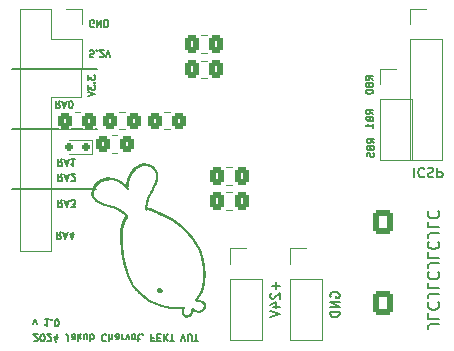
<source format=gbo>
G04 #@! TF.GenerationSoftware,KiCad,Pcbnew,7.0.10-7.0.10~ubuntu23.10.1*
G04 #@! TF.CreationDate,2024-03-29T23:33:31+01:00*
G04 #@! TF.ProjectId,ledBoard,6c656442-6f61-4726-942e-6b696361645f,rev?*
G04 #@! TF.SameCoordinates,Original*
G04 #@! TF.FileFunction,Legend,Bot*
G04 #@! TF.FilePolarity,Positive*
%FSLAX46Y46*%
G04 Gerber Fmt 4.6, Leading zero omitted, Abs format (unit mm)*
G04 Created by KiCad (PCBNEW 7.0.10-7.0.10~ubuntu23.10.1) date 2024-03-29 23:33:31*
%MOMM*%
%LPD*%
G01*
G04 APERTURE LIST*
G04 Aperture macros list*
%AMRoundRect*
0 Rectangle with rounded corners*
0 $1 Rounding radius*
0 $2 $3 $4 $5 $6 $7 $8 $9 X,Y pos of 4 corners*
0 Add a 4 corners polygon primitive as box body*
4,1,4,$2,$3,$4,$5,$6,$7,$8,$9,$2,$3,0*
0 Add four circle primitives for the rounded corners*
1,1,$1+$1,$2,$3*
1,1,$1+$1,$4,$5*
1,1,$1+$1,$6,$7*
1,1,$1+$1,$8,$9*
0 Add four rect primitives between the rounded corners*
20,1,$1+$1,$2,$3,$4,$5,0*
20,1,$1+$1,$4,$5,$6,$7,0*
20,1,$1+$1,$6,$7,$8,$9,0*
20,1,$1+$1,$8,$9,$2,$3,0*%
G04 Aperture macros list end*
%ADD10C,0.150000*%
%ADD11C,0.120000*%
%ADD12RoundRect,0.250000X0.337500X0.475000X-0.337500X0.475000X-0.337500X-0.475000X0.337500X-0.475000X0*%
%ADD13O,1.700000X1.700000*%
%ADD14R,1.700000X1.700000*%
%ADD15RoundRect,0.250000X-0.600000X-0.750000X0.600000X-0.750000X0.600000X0.750000X-0.600000X0.750000X0*%
%ADD16O,1.700000X2.000000*%
%ADD17RoundRect,0.250000X0.350000X0.450000X-0.350000X0.450000X-0.350000X-0.450000X0.350000X-0.450000X0*%
%ADD18RoundRect,0.150000X-0.150000X-0.200000X0.150000X-0.200000X0.150000X0.200000X-0.150000X0.200000X0*%
%ADD19RoundRect,0.250000X-0.350000X-0.450000X0.350000X-0.450000X0.350000X0.450000X-0.350000X0.450000X0*%
G04 APERTURE END LIST*
D10*
X202784398Y-87581228D02*
X202584398Y-87866942D01*
X202441541Y-87581228D02*
X202441541Y-88181228D01*
X202441541Y-88181228D02*
X202670112Y-88181228D01*
X202670112Y-88181228D02*
X202727255Y-88152657D01*
X202727255Y-88152657D02*
X202755826Y-88124085D01*
X202755826Y-88124085D02*
X202784398Y-88066942D01*
X202784398Y-88066942D02*
X202784398Y-87981228D01*
X202784398Y-87981228D02*
X202755826Y-87924085D01*
X202755826Y-87924085D02*
X202727255Y-87895514D01*
X202727255Y-87895514D02*
X202670112Y-87866942D01*
X202670112Y-87866942D02*
X202441541Y-87866942D01*
X203012969Y-87752657D02*
X203298684Y-87752657D01*
X202955826Y-87581228D02*
X203155826Y-88181228D01*
X203155826Y-88181228D02*
X203355826Y-87581228D01*
X203812970Y-87981228D02*
X203812970Y-87581228D01*
X203670112Y-88209800D02*
X203527255Y-87781228D01*
X203527255Y-87781228D02*
X203898684Y-87781228D01*
X198602600Y-83921600D02*
X205765400Y-83921600D01*
X198653400Y-73761600D02*
X205816200Y-73761600D01*
X198653400Y-78892400D02*
X205816200Y-78892400D01*
X200437998Y-95375628D02*
X200580855Y-94975628D01*
X200580855Y-94975628D02*
X200723712Y-95375628D01*
X201723712Y-94975628D02*
X201380855Y-94975628D01*
X201552284Y-94975628D02*
X201552284Y-95575628D01*
X201552284Y-95575628D02*
X201495141Y-95489914D01*
X201495141Y-95489914D02*
X201437998Y-95432771D01*
X201437998Y-95432771D02*
X201380855Y-95404200D01*
X201980856Y-95032771D02*
X202009427Y-95004200D01*
X202009427Y-95004200D02*
X201980856Y-94975628D01*
X201980856Y-94975628D02*
X201952284Y-95004200D01*
X201952284Y-95004200D02*
X201980856Y-95032771D01*
X201980856Y-95032771D02*
X201980856Y-94975628D01*
X202380855Y-95575628D02*
X202437998Y-95575628D01*
X202437998Y-95575628D02*
X202495141Y-95547057D01*
X202495141Y-95547057D02*
X202523713Y-95518485D01*
X202523713Y-95518485D02*
X202552284Y-95461342D01*
X202552284Y-95461342D02*
X202580855Y-95347057D01*
X202580855Y-95347057D02*
X202580855Y-95204200D01*
X202580855Y-95204200D02*
X202552284Y-95089914D01*
X202552284Y-95089914D02*
X202523713Y-95032771D01*
X202523713Y-95032771D02*
X202495141Y-95004200D01*
X202495141Y-95004200D02*
X202437998Y-94975628D01*
X202437998Y-94975628D02*
X202380855Y-94975628D01*
X202380855Y-94975628D02*
X202323713Y-95004200D01*
X202323713Y-95004200D02*
X202295141Y-95032771D01*
X202295141Y-95032771D02*
X202266570Y-95089914D01*
X202266570Y-95089914D02*
X202237998Y-95204200D01*
X202237998Y-95204200D02*
X202237998Y-95347057D01*
X202237998Y-95347057D02*
X202266570Y-95461342D01*
X202266570Y-95461342D02*
X202295141Y-95518485D01*
X202295141Y-95518485D02*
X202323713Y-95547057D01*
X202323713Y-95547057D02*
X202380855Y-95575628D01*
X225598790Y-93113407D02*
X225560695Y-93037217D01*
X225560695Y-93037217D02*
X225560695Y-92922931D01*
X225560695Y-92922931D02*
X225598790Y-92808645D01*
X225598790Y-92808645D02*
X225674980Y-92732455D01*
X225674980Y-92732455D02*
X225751171Y-92694360D01*
X225751171Y-92694360D02*
X225903552Y-92656264D01*
X225903552Y-92656264D02*
X226017838Y-92656264D01*
X226017838Y-92656264D02*
X226170219Y-92694360D01*
X226170219Y-92694360D02*
X226246409Y-92732455D01*
X226246409Y-92732455D02*
X226322600Y-92808645D01*
X226322600Y-92808645D02*
X226360695Y-92922931D01*
X226360695Y-92922931D02*
X226360695Y-92999122D01*
X226360695Y-92999122D02*
X226322600Y-93113407D01*
X226322600Y-93113407D02*
X226284504Y-93151503D01*
X226284504Y-93151503D02*
X226017838Y-93151503D01*
X226017838Y-93151503D02*
X226017838Y-92999122D01*
X226360695Y-93494360D02*
X225560695Y-93494360D01*
X225560695Y-93494360D02*
X226360695Y-93951503D01*
X226360695Y-93951503D02*
X225560695Y-93951503D01*
X226360695Y-94332455D02*
X225560695Y-94332455D01*
X225560695Y-94332455D02*
X225560695Y-94522931D01*
X225560695Y-94522931D02*
X225598790Y-94637217D01*
X225598790Y-94637217D02*
X225674980Y-94713407D01*
X225674980Y-94713407D02*
X225751171Y-94751502D01*
X225751171Y-94751502D02*
X225903552Y-94789598D01*
X225903552Y-94789598D02*
X226017838Y-94789598D01*
X226017838Y-94789598D02*
X226170219Y-94751502D01*
X226170219Y-94751502D02*
X226246409Y-94713407D01*
X226246409Y-94713407D02*
X226322600Y-94637217D01*
X226322600Y-94637217D02*
X226360695Y-94522931D01*
X226360695Y-94522931D02*
X226360695Y-94332455D01*
X232699160Y-82147704D02*
X232699160Y-82947704D01*
X233537255Y-82223895D02*
X233499159Y-82185800D01*
X233499159Y-82185800D02*
X233384874Y-82147704D01*
X233384874Y-82147704D02*
X233308683Y-82147704D01*
X233308683Y-82147704D02*
X233194397Y-82185800D01*
X233194397Y-82185800D02*
X233118207Y-82261990D01*
X233118207Y-82261990D02*
X233080112Y-82338180D01*
X233080112Y-82338180D02*
X233042016Y-82490561D01*
X233042016Y-82490561D02*
X233042016Y-82604847D01*
X233042016Y-82604847D02*
X233080112Y-82757228D01*
X233080112Y-82757228D02*
X233118207Y-82833419D01*
X233118207Y-82833419D02*
X233194397Y-82909609D01*
X233194397Y-82909609D02*
X233308683Y-82947704D01*
X233308683Y-82947704D02*
X233384874Y-82947704D01*
X233384874Y-82947704D02*
X233499159Y-82909609D01*
X233499159Y-82909609D02*
X233537255Y-82871514D01*
X233842016Y-82185800D02*
X233956302Y-82147704D01*
X233956302Y-82147704D02*
X234146778Y-82147704D01*
X234146778Y-82147704D02*
X234222969Y-82185800D01*
X234222969Y-82185800D02*
X234261064Y-82223895D01*
X234261064Y-82223895D02*
X234299159Y-82300085D01*
X234299159Y-82300085D02*
X234299159Y-82376276D01*
X234299159Y-82376276D02*
X234261064Y-82452466D01*
X234261064Y-82452466D02*
X234222969Y-82490561D01*
X234222969Y-82490561D02*
X234146778Y-82528657D01*
X234146778Y-82528657D02*
X233994397Y-82566752D01*
X233994397Y-82566752D02*
X233918207Y-82604847D01*
X233918207Y-82604847D02*
X233880112Y-82642942D01*
X233880112Y-82642942D02*
X233842016Y-82719133D01*
X233842016Y-82719133D02*
X233842016Y-82795323D01*
X233842016Y-82795323D02*
X233880112Y-82871514D01*
X233880112Y-82871514D02*
X233918207Y-82909609D01*
X233918207Y-82909609D02*
X233994397Y-82947704D01*
X233994397Y-82947704D02*
X234184874Y-82947704D01*
X234184874Y-82947704D02*
X234299159Y-82909609D01*
X234642017Y-82147704D02*
X234642017Y-82947704D01*
X234642017Y-82947704D02*
X234946779Y-82947704D01*
X234946779Y-82947704D02*
X235022969Y-82909609D01*
X235022969Y-82909609D02*
X235061064Y-82871514D01*
X235061064Y-82871514D02*
X235099160Y-82795323D01*
X235099160Y-82795323D02*
X235099160Y-82681038D01*
X235099160Y-82681038D02*
X235061064Y-82604847D01*
X235061064Y-82604847D02*
X235022969Y-82566752D01*
X235022969Y-82566752D02*
X234946779Y-82528657D01*
X234946779Y-82528657D02*
X234642017Y-82528657D01*
X202884398Y-81381228D02*
X202684398Y-81666942D01*
X202541541Y-81381228D02*
X202541541Y-81981228D01*
X202541541Y-81981228D02*
X202770112Y-81981228D01*
X202770112Y-81981228D02*
X202827255Y-81952657D01*
X202827255Y-81952657D02*
X202855826Y-81924085D01*
X202855826Y-81924085D02*
X202884398Y-81866942D01*
X202884398Y-81866942D02*
X202884398Y-81781228D01*
X202884398Y-81781228D02*
X202855826Y-81724085D01*
X202855826Y-81724085D02*
X202827255Y-81695514D01*
X202827255Y-81695514D02*
X202770112Y-81666942D01*
X202770112Y-81666942D02*
X202541541Y-81666942D01*
X203112969Y-81552657D02*
X203398684Y-81552657D01*
X203055826Y-81381228D02*
X203255826Y-81981228D01*
X203255826Y-81981228D02*
X203455826Y-81381228D01*
X203970112Y-81381228D02*
X203627255Y-81381228D01*
X203798684Y-81381228D02*
X203798684Y-81981228D01*
X203798684Y-81981228D02*
X203741541Y-81895514D01*
X203741541Y-81895514D02*
X203684398Y-81838371D01*
X203684398Y-81838371D02*
X203627255Y-81809800D01*
X229229971Y-77597198D02*
X228944257Y-77397198D01*
X229229971Y-77254341D02*
X228629971Y-77254341D01*
X228629971Y-77254341D02*
X228629971Y-77482912D01*
X228629971Y-77482912D02*
X228658542Y-77540055D01*
X228658542Y-77540055D02*
X228687114Y-77568626D01*
X228687114Y-77568626D02*
X228744257Y-77597198D01*
X228744257Y-77597198D02*
X228829971Y-77597198D01*
X228829971Y-77597198D02*
X228887114Y-77568626D01*
X228887114Y-77568626D02*
X228915685Y-77540055D01*
X228915685Y-77540055D02*
X228944257Y-77482912D01*
X228944257Y-77482912D02*
X228944257Y-77254341D01*
X228915685Y-78054341D02*
X228944257Y-78140055D01*
X228944257Y-78140055D02*
X228972828Y-78168626D01*
X228972828Y-78168626D02*
X229029971Y-78197198D01*
X229029971Y-78197198D02*
X229115685Y-78197198D01*
X229115685Y-78197198D02*
X229172828Y-78168626D01*
X229172828Y-78168626D02*
X229201400Y-78140055D01*
X229201400Y-78140055D02*
X229229971Y-78082912D01*
X229229971Y-78082912D02*
X229229971Y-77854341D01*
X229229971Y-77854341D02*
X228629971Y-77854341D01*
X228629971Y-77854341D02*
X228629971Y-78054341D01*
X228629971Y-78054341D02*
X228658542Y-78111484D01*
X228658542Y-78111484D02*
X228687114Y-78140055D01*
X228687114Y-78140055D02*
X228744257Y-78168626D01*
X228744257Y-78168626D02*
X228801400Y-78168626D01*
X228801400Y-78168626D02*
X228858542Y-78140055D01*
X228858542Y-78140055D02*
X228887114Y-78111484D01*
X228887114Y-78111484D02*
X228915685Y-78054341D01*
X228915685Y-78054341D02*
X228915685Y-77854341D01*
X229229971Y-78768626D02*
X229229971Y-78425769D01*
X229229971Y-78597198D02*
X228629971Y-78597198D01*
X228629971Y-78597198D02*
X228715685Y-78540055D01*
X228715685Y-78540055D02*
X228772828Y-78482912D01*
X228772828Y-78482912D02*
X228801400Y-78425769D01*
X234810180Y-95389506D02*
X234095895Y-95389506D01*
X234095895Y-95389506D02*
X233953038Y-95437125D01*
X233953038Y-95437125D02*
X233857800Y-95532363D01*
X233857800Y-95532363D02*
X233810180Y-95675220D01*
X233810180Y-95675220D02*
X233810180Y-95770458D01*
X233810180Y-94437125D02*
X233810180Y-94913315D01*
X233810180Y-94913315D02*
X234810180Y-94913315D01*
X233905419Y-93532363D02*
X233857800Y-93579982D01*
X233857800Y-93579982D02*
X233810180Y-93722839D01*
X233810180Y-93722839D02*
X233810180Y-93818077D01*
X233810180Y-93818077D02*
X233857800Y-93960934D01*
X233857800Y-93960934D02*
X233953038Y-94056172D01*
X233953038Y-94056172D02*
X234048276Y-94103791D01*
X234048276Y-94103791D02*
X234238752Y-94151410D01*
X234238752Y-94151410D02*
X234381609Y-94151410D01*
X234381609Y-94151410D02*
X234572085Y-94103791D01*
X234572085Y-94103791D02*
X234667323Y-94056172D01*
X234667323Y-94056172D02*
X234762561Y-93960934D01*
X234762561Y-93960934D02*
X234810180Y-93818077D01*
X234810180Y-93818077D02*
X234810180Y-93722839D01*
X234810180Y-93722839D02*
X234762561Y-93579982D01*
X234762561Y-93579982D02*
X234714942Y-93532363D01*
X234810180Y-92818077D02*
X234095895Y-92818077D01*
X234095895Y-92818077D02*
X233953038Y-92865696D01*
X233953038Y-92865696D02*
X233857800Y-92960934D01*
X233857800Y-92960934D02*
X233810180Y-93103791D01*
X233810180Y-93103791D02*
X233810180Y-93199029D01*
X233810180Y-91865696D02*
X233810180Y-92341886D01*
X233810180Y-92341886D02*
X234810180Y-92341886D01*
X233905419Y-90960934D02*
X233857800Y-91008553D01*
X233857800Y-91008553D02*
X233810180Y-91151410D01*
X233810180Y-91151410D02*
X233810180Y-91246648D01*
X233810180Y-91246648D02*
X233857800Y-91389505D01*
X233857800Y-91389505D02*
X233953038Y-91484743D01*
X233953038Y-91484743D02*
X234048276Y-91532362D01*
X234048276Y-91532362D02*
X234238752Y-91579981D01*
X234238752Y-91579981D02*
X234381609Y-91579981D01*
X234381609Y-91579981D02*
X234572085Y-91532362D01*
X234572085Y-91532362D02*
X234667323Y-91484743D01*
X234667323Y-91484743D02*
X234762561Y-91389505D01*
X234762561Y-91389505D02*
X234810180Y-91246648D01*
X234810180Y-91246648D02*
X234810180Y-91151410D01*
X234810180Y-91151410D02*
X234762561Y-91008553D01*
X234762561Y-91008553D02*
X234714942Y-90960934D01*
X234810180Y-90246648D02*
X234095895Y-90246648D01*
X234095895Y-90246648D02*
X233953038Y-90294267D01*
X233953038Y-90294267D02*
X233857800Y-90389505D01*
X233857800Y-90389505D02*
X233810180Y-90532362D01*
X233810180Y-90532362D02*
X233810180Y-90627600D01*
X233810180Y-89294267D02*
X233810180Y-89770457D01*
X233810180Y-89770457D02*
X234810180Y-89770457D01*
X233905419Y-88389505D02*
X233857800Y-88437124D01*
X233857800Y-88437124D02*
X233810180Y-88579981D01*
X233810180Y-88579981D02*
X233810180Y-88675219D01*
X233810180Y-88675219D02*
X233857800Y-88818076D01*
X233857800Y-88818076D02*
X233953038Y-88913314D01*
X233953038Y-88913314D02*
X234048276Y-88960933D01*
X234048276Y-88960933D02*
X234238752Y-89008552D01*
X234238752Y-89008552D02*
X234381609Y-89008552D01*
X234381609Y-89008552D02*
X234572085Y-88960933D01*
X234572085Y-88960933D02*
X234667323Y-88913314D01*
X234667323Y-88913314D02*
X234762561Y-88818076D01*
X234762561Y-88818076D02*
X234810180Y-88675219D01*
X234810180Y-88675219D02*
X234810180Y-88579981D01*
X234810180Y-88579981D02*
X234762561Y-88437124D01*
X234762561Y-88437124D02*
X234714942Y-88389505D01*
X234810180Y-87675219D02*
X234095895Y-87675219D01*
X234095895Y-87675219D02*
X233953038Y-87722838D01*
X233953038Y-87722838D02*
X233857800Y-87818076D01*
X233857800Y-87818076D02*
X233810180Y-87960933D01*
X233810180Y-87960933D02*
X233810180Y-88056171D01*
X233810180Y-86722838D02*
X233810180Y-87199028D01*
X233810180Y-87199028D02*
X234810180Y-87199028D01*
X233905419Y-85818076D02*
X233857800Y-85865695D01*
X233857800Y-85865695D02*
X233810180Y-86008552D01*
X233810180Y-86008552D02*
X233810180Y-86103790D01*
X233810180Y-86103790D02*
X233857800Y-86246647D01*
X233857800Y-86246647D02*
X233953038Y-86341885D01*
X233953038Y-86341885D02*
X234048276Y-86389504D01*
X234048276Y-86389504D02*
X234238752Y-86437123D01*
X234238752Y-86437123D02*
X234381609Y-86437123D01*
X234381609Y-86437123D02*
X234572085Y-86389504D01*
X234572085Y-86389504D02*
X234667323Y-86341885D01*
X234667323Y-86341885D02*
X234762561Y-86246647D01*
X234762561Y-86246647D02*
X234810180Y-86103790D01*
X234810180Y-86103790D02*
X234810180Y-86008552D01*
X234810180Y-86008552D02*
X234762561Y-85865695D01*
X234762561Y-85865695D02*
X234714942Y-85818076D01*
X205533826Y-70197857D02*
X205476684Y-70226428D01*
X205476684Y-70226428D02*
X205390969Y-70226428D01*
X205390969Y-70226428D02*
X205305255Y-70197857D01*
X205305255Y-70197857D02*
X205248112Y-70140714D01*
X205248112Y-70140714D02*
X205219541Y-70083571D01*
X205219541Y-70083571D02*
X205190969Y-69969285D01*
X205190969Y-69969285D02*
X205190969Y-69883571D01*
X205190969Y-69883571D02*
X205219541Y-69769285D01*
X205219541Y-69769285D02*
X205248112Y-69712142D01*
X205248112Y-69712142D02*
X205305255Y-69655000D01*
X205305255Y-69655000D02*
X205390969Y-69626428D01*
X205390969Y-69626428D02*
X205448112Y-69626428D01*
X205448112Y-69626428D02*
X205533826Y-69655000D01*
X205533826Y-69655000D02*
X205562398Y-69683571D01*
X205562398Y-69683571D02*
X205562398Y-69883571D01*
X205562398Y-69883571D02*
X205448112Y-69883571D01*
X205819541Y-69626428D02*
X205819541Y-70226428D01*
X205819541Y-70226428D02*
X206162398Y-69626428D01*
X206162398Y-69626428D02*
X206162398Y-70226428D01*
X206448112Y-69626428D02*
X206448112Y-70226428D01*
X206448112Y-70226428D02*
X206590969Y-70226428D01*
X206590969Y-70226428D02*
X206676683Y-70197857D01*
X206676683Y-70197857D02*
X206733826Y-70140714D01*
X206733826Y-70140714D02*
X206762397Y-70083571D01*
X206762397Y-70083571D02*
X206790969Y-69969285D01*
X206790969Y-69969285D02*
X206790969Y-69883571D01*
X206790969Y-69883571D02*
X206762397Y-69769285D01*
X206762397Y-69769285D02*
X206733826Y-69712142D01*
X206733826Y-69712142D02*
X206676683Y-69655000D01*
X206676683Y-69655000D02*
X206590969Y-69626428D01*
X206590969Y-69626428D02*
X206448112Y-69626428D01*
X220975933Y-91830760D02*
X220975933Y-92440284D01*
X221280695Y-92135522D02*
X220671171Y-92135522D01*
X220556885Y-92783140D02*
X220518790Y-92821236D01*
X220518790Y-92821236D02*
X220480695Y-92897426D01*
X220480695Y-92897426D02*
X220480695Y-93087902D01*
X220480695Y-93087902D02*
X220518790Y-93164093D01*
X220518790Y-93164093D02*
X220556885Y-93202188D01*
X220556885Y-93202188D02*
X220633076Y-93240283D01*
X220633076Y-93240283D02*
X220709266Y-93240283D01*
X220709266Y-93240283D02*
X220823552Y-93202188D01*
X220823552Y-93202188D02*
X221280695Y-92745045D01*
X221280695Y-92745045D02*
X221280695Y-93240283D01*
X220747361Y-93925998D02*
X221280695Y-93925998D01*
X220442600Y-93735522D02*
X221014028Y-93545045D01*
X221014028Y-93545045D02*
X221014028Y-94040284D01*
X220480695Y-94230760D02*
X221280695Y-94497427D01*
X221280695Y-94497427D02*
X220480695Y-94764093D01*
X200466569Y-96788485D02*
X200495141Y-96817057D01*
X200495141Y-96817057D02*
X200552284Y-96845628D01*
X200552284Y-96845628D02*
X200695141Y-96845628D01*
X200695141Y-96845628D02*
X200752284Y-96817057D01*
X200752284Y-96817057D02*
X200780855Y-96788485D01*
X200780855Y-96788485D02*
X200809426Y-96731342D01*
X200809426Y-96731342D02*
X200809426Y-96674200D01*
X200809426Y-96674200D02*
X200780855Y-96588485D01*
X200780855Y-96588485D02*
X200437998Y-96245628D01*
X200437998Y-96245628D02*
X200809426Y-96245628D01*
X201180855Y-96845628D02*
X201237998Y-96845628D01*
X201237998Y-96845628D02*
X201295141Y-96817057D01*
X201295141Y-96817057D02*
X201323713Y-96788485D01*
X201323713Y-96788485D02*
X201352284Y-96731342D01*
X201352284Y-96731342D02*
X201380855Y-96617057D01*
X201380855Y-96617057D02*
X201380855Y-96474200D01*
X201380855Y-96474200D02*
X201352284Y-96359914D01*
X201352284Y-96359914D02*
X201323713Y-96302771D01*
X201323713Y-96302771D02*
X201295141Y-96274200D01*
X201295141Y-96274200D02*
X201237998Y-96245628D01*
X201237998Y-96245628D02*
X201180855Y-96245628D01*
X201180855Y-96245628D02*
X201123713Y-96274200D01*
X201123713Y-96274200D02*
X201095141Y-96302771D01*
X201095141Y-96302771D02*
X201066570Y-96359914D01*
X201066570Y-96359914D02*
X201037998Y-96474200D01*
X201037998Y-96474200D02*
X201037998Y-96617057D01*
X201037998Y-96617057D02*
X201066570Y-96731342D01*
X201066570Y-96731342D02*
X201095141Y-96788485D01*
X201095141Y-96788485D02*
X201123713Y-96817057D01*
X201123713Y-96817057D02*
X201180855Y-96845628D01*
X201609427Y-96788485D02*
X201637999Y-96817057D01*
X201637999Y-96817057D02*
X201695142Y-96845628D01*
X201695142Y-96845628D02*
X201837999Y-96845628D01*
X201837999Y-96845628D02*
X201895142Y-96817057D01*
X201895142Y-96817057D02*
X201923713Y-96788485D01*
X201923713Y-96788485D02*
X201952284Y-96731342D01*
X201952284Y-96731342D02*
X201952284Y-96674200D01*
X201952284Y-96674200D02*
X201923713Y-96588485D01*
X201923713Y-96588485D02*
X201580856Y-96245628D01*
X201580856Y-96245628D02*
X201952284Y-96245628D01*
X202466571Y-96645628D02*
X202466571Y-96245628D01*
X202323713Y-96874200D02*
X202180856Y-96445628D01*
X202180856Y-96445628D02*
X202552285Y-96445628D01*
X203409428Y-96845628D02*
X203409428Y-96417057D01*
X203409428Y-96417057D02*
X203380857Y-96331342D01*
X203380857Y-96331342D02*
X203323714Y-96274200D01*
X203323714Y-96274200D02*
X203238000Y-96245628D01*
X203238000Y-96245628D02*
X203180857Y-96245628D01*
X203952286Y-96245628D02*
X203952286Y-96559914D01*
X203952286Y-96559914D02*
X203923714Y-96617057D01*
X203923714Y-96617057D02*
X203866571Y-96645628D01*
X203866571Y-96645628D02*
X203752286Y-96645628D01*
X203752286Y-96645628D02*
X203695143Y-96617057D01*
X203952286Y-96274200D02*
X203895143Y-96245628D01*
X203895143Y-96245628D02*
X203752286Y-96245628D01*
X203752286Y-96245628D02*
X203695143Y-96274200D01*
X203695143Y-96274200D02*
X203666571Y-96331342D01*
X203666571Y-96331342D02*
X203666571Y-96388485D01*
X203666571Y-96388485D02*
X203695143Y-96445628D01*
X203695143Y-96445628D02*
X203752286Y-96474200D01*
X203752286Y-96474200D02*
X203895143Y-96474200D01*
X203895143Y-96474200D02*
X203952286Y-96502771D01*
X204238000Y-96245628D02*
X204238000Y-96845628D01*
X204295143Y-96474200D02*
X204466571Y-96245628D01*
X204466571Y-96645628D02*
X204238000Y-96417057D01*
X204980857Y-96645628D02*
X204980857Y-96245628D01*
X204723714Y-96645628D02*
X204723714Y-96331342D01*
X204723714Y-96331342D02*
X204752285Y-96274200D01*
X204752285Y-96274200D02*
X204809428Y-96245628D01*
X204809428Y-96245628D02*
X204895142Y-96245628D01*
X204895142Y-96245628D02*
X204952285Y-96274200D01*
X204952285Y-96274200D02*
X204980857Y-96302771D01*
X205266571Y-96245628D02*
X205266571Y-96845628D01*
X205266571Y-96617057D02*
X205323714Y-96645628D01*
X205323714Y-96645628D02*
X205437999Y-96645628D01*
X205437999Y-96645628D02*
X205495142Y-96617057D01*
X205495142Y-96617057D02*
X205523714Y-96588485D01*
X205523714Y-96588485D02*
X205552285Y-96531342D01*
X205552285Y-96531342D02*
X205552285Y-96359914D01*
X205552285Y-96359914D02*
X205523714Y-96302771D01*
X205523714Y-96302771D02*
X205495142Y-96274200D01*
X205495142Y-96274200D02*
X205437999Y-96245628D01*
X205437999Y-96245628D02*
X205323714Y-96245628D01*
X205323714Y-96245628D02*
X205266571Y-96274200D01*
X206609428Y-96302771D02*
X206580856Y-96274200D01*
X206580856Y-96274200D02*
X206495142Y-96245628D01*
X206495142Y-96245628D02*
X206437999Y-96245628D01*
X206437999Y-96245628D02*
X206352285Y-96274200D01*
X206352285Y-96274200D02*
X206295142Y-96331342D01*
X206295142Y-96331342D02*
X206266571Y-96388485D01*
X206266571Y-96388485D02*
X206237999Y-96502771D01*
X206237999Y-96502771D02*
X206237999Y-96588485D01*
X206237999Y-96588485D02*
X206266571Y-96702771D01*
X206266571Y-96702771D02*
X206295142Y-96759914D01*
X206295142Y-96759914D02*
X206352285Y-96817057D01*
X206352285Y-96817057D02*
X206437999Y-96845628D01*
X206437999Y-96845628D02*
X206495142Y-96845628D01*
X206495142Y-96845628D02*
X206580856Y-96817057D01*
X206580856Y-96817057D02*
X206609428Y-96788485D01*
X206866571Y-96245628D02*
X206866571Y-96845628D01*
X207123714Y-96245628D02*
X207123714Y-96559914D01*
X207123714Y-96559914D02*
X207095142Y-96617057D01*
X207095142Y-96617057D02*
X207037999Y-96645628D01*
X207037999Y-96645628D02*
X206952285Y-96645628D01*
X206952285Y-96645628D02*
X206895142Y-96617057D01*
X206895142Y-96617057D02*
X206866571Y-96588485D01*
X207666571Y-96245628D02*
X207666571Y-96559914D01*
X207666571Y-96559914D02*
X207637999Y-96617057D01*
X207637999Y-96617057D02*
X207580856Y-96645628D01*
X207580856Y-96645628D02*
X207466571Y-96645628D01*
X207466571Y-96645628D02*
X207409428Y-96617057D01*
X207666571Y-96274200D02*
X207609428Y-96245628D01*
X207609428Y-96245628D02*
X207466571Y-96245628D01*
X207466571Y-96245628D02*
X207409428Y-96274200D01*
X207409428Y-96274200D02*
X207380856Y-96331342D01*
X207380856Y-96331342D02*
X207380856Y-96388485D01*
X207380856Y-96388485D02*
X207409428Y-96445628D01*
X207409428Y-96445628D02*
X207466571Y-96474200D01*
X207466571Y-96474200D02*
X207609428Y-96474200D01*
X207609428Y-96474200D02*
X207666571Y-96502771D01*
X207952285Y-96245628D02*
X207952285Y-96645628D01*
X207952285Y-96531342D02*
X207980856Y-96588485D01*
X207980856Y-96588485D02*
X208009428Y-96617057D01*
X208009428Y-96617057D02*
X208066570Y-96645628D01*
X208066570Y-96645628D02*
X208123713Y-96645628D01*
X208266571Y-96645628D02*
X208409428Y-96245628D01*
X208409428Y-96245628D02*
X208552285Y-96645628D01*
X208866571Y-96245628D02*
X208809428Y-96274200D01*
X208809428Y-96274200D02*
X208780857Y-96302771D01*
X208780857Y-96302771D02*
X208752285Y-96359914D01*
X208752285Y-96359914D02*
X208752285Y-96531342D01*
X208752285Y-96531342D02*
X208780857Y-96588485D01*
X208780857Y-96588485D02*
X208809428Y-96617057D01*
X208809428Y-96617057D02*
X208866571Y-96645628D01*
X208866571Y-96645628D02*
X208952285Y-96645628D01*
X208952285Y-96645628D02*
X209009428Y-96617057D01*
X209009428Y-96617057D02*
X209038000Y-96588485D01*
X209038000Y-96588485D02*
X209066571Y-96531342D01*
X209066571Y-96531342D02*
X209066571Y-96359914D01*
X209066571Y-96359914D02*
X209038000Y-96302771D01*
X209038000Y-96302771D02*
X209009428Y-96274200D01*
X209009428Y-96274200D02*
X208952285Y-96245628D01*
X208952285Y-96245628D02*
X208866571Y-96245628D01*
X209237999Y-96645628D02*
X209466571Y-96645628D01*
X209323714Y-96845628D02*
X209323714Y-96331342D01*
X209323714Y-96331342D02*
X209352285Y-96274200D01*
X209352285Y-96274200D02*
X209409428Y-96245628D01*
X209409428Y-96245628D02*
X209466571Y-96245628D01*
X209695142Y-96274200D02*
X209695142Y-96245628D01*
X209695142Y-96245628D02*
X209666571Y-96188485D01*
X209666571Y-96188485D02*
X209637999Y-96159914D01*
X210609428Y-96559914D02*
X210409428Y-96559914D01*
X210409428Y-96245628D02*
X210409428Y-96845628D01*
X210409428Y-96845628D02*
X210695142Y-96845628D01*
X210923714Y-96559914D02*
X211123714Y-96559914D01*
X211209428Y-96245628D02*
X210923714Y-96245628D01*
X210923714Y-96245628D02*
X210923714Y-96845628D01*
X210923714Y-96845628D02*
X211209428Y-96845628D01*
X211466571Y-96245628D02*
X211466571Y-96845628D01*
X211809428Y-96245628D02*
X211552285Y-96588485D01*
X211809428Y-96845628D02*
X211466571Y-96502771D01*
X211980856Y-96845628D02*
X212323714Y-96845628D01*
X212152285Y-96245628D02*
X212152285Y-96845628D01*
X212895142Y-96845628D02*
X213095142Y-96245628D01*
X213095142Y-96245628D02*
X213295142Y-96845628D01*
X213495143Y-96845628D02*
X213495143Y-96359914D01*
X213495143Y-96359914D02*
X213523714Y-96302771D01*
X213523714Y-96302771D02*
X213552286Y-96274200D01*
X213552286Y-96274200D02*
X213609428Y-96245628D01*
X213609428Y-96245628D02*
X213723714Y-96245628D01*
X213723714Y-96245628D02*
X213780857Y-96274200D01*
X213780857Y-96274200D02*
X213809428Y-96302771D01*
X213809428Y-96302771D02*
X213838000Y-96359914D01*
X213838000Y-96359914D02*
X213838000Y-96845628D01*
X214037999Y-96845628D02*
X214380857Y-96845628D01*
X214209428Y-96245628D02*
X214209428Y-96845628D01*
X229179171Y-74701598D02*
X228893457Y-74501598D01*
X229179171Y-74358741D02*
X228579171Y-74358741D01*
X228579171Y-74358741D02*
X228579171Y-74587312D01*
X228579171Y-74587312D02*
X228607742Y-74644455D01*
X228607742Y-74644455D02*
X228636314Y-74673026D01*
X228636314Y-74673026D02*
X228693457Y-74701598D01*
X228693457Y-74701598D02*
X228779171Y-74701598D01*
X228779171Y-74701598D02*
X228836314Y-74673026D01*
X228836314Y-74673026D02*
X228864885Y-74644455D01*
X228864885Y-74644455D02*
X228893457Y-74587312D01*
X228893457Y-74587312D02*
X228893457Y-74358741D01*
X228864885Y-75158741D02*
X228893457Y-75244455D01*
X228893457Y-75244455D02*
X228922028Y-75273026D01*
X228922028Y-75273026D02*
X228979171Y-75301598D01*
X228979171Y-75301598D02*
X229064885Y-75301598D01*
X229064885Y-75301598D02*
X229122028Y-75273026D01*
X229122028Y-75273026D02*
X229150600Y-75244455D01*
X229150600Y-75244455D02*
X229179171Y-75187312D01*
X229179171Y-75187312D02*
X229179171Y-74958741D01*
X229179171Y-74958741D02*
X228579171Y-74958741D01*
X228579171Y-74958741D02*
X228579171Y-75158741D01*
X228579171Y-75158741D02*
X228607742Y-75215884D01*
X228607742Y-75215884D02*
X228636314Y-75244455D01*
X228636314Y-75244455D02*
X228693457Y-75273026D01*
X228693457Y-75273026D02*
X228750600Y-75273026D01*
X228750600Y-75273026D02*
X228807742Y-75244455D01*
X228807742Y-75244455D02*
X228836314Y-75215884D01*
X228836314Y-75215884D02*
X228864885Y-75158741D01*
X228864885Y-75158741D02*
X228864885Y-74958741D01*
X228579171Y-75673026D02*
X228579171Y-75730169D01*
X228579171Y-75730169D02*
X228607742Y-75787312D01*
X228607742Y-75787312D02*
X228636314Y-75815884D01*
X228636314Y-75815884D02*
X228693457Y-75844455D01*
X228693457Y-75844455D02*
X228807742Y-75873026D01*
X228807742Y-75873026D02*
X228950600Y-75873026D01*
X228950600Y-75873026D02*
X229064885Y-75844455D01*
X229064885Y-75844455D02*
X229122028Y-75815884D01*
X229122028Y-75815884D02*
X229150600Y-75787312D01*
X229150600Y-75787312D02*
X229179171Y-75730169D01*
X229179171Y-75730169D02*
X229179171Y-75673026D01*
X229179171Y-75673026D02*
X229150600Y-75615884D01*
X229150600Y-75615884D02*
X229122028Y-75587312D01*
X229122028Y-75587312D02*
X229064885Y-75558741D01*
X229064885Y-75558741D02*
X228950600Y-75530169D01*
X228950600Y-75530169D02*
X228807742Y-75530169D01*
X228807742Y-75530169D02*
X228693457Y-75558741D01*
X228693457Y-75558741D02*
X228636314Y-75587312D01*
X228636314Y-75587312D02*
X228607742Y-75615884D01*
X228607742Y-75615884D02*
X228579171Y-75673026D01*
X202684398Y-76481228D02*
X202484398Y-76766942D01*
X202341541Y-76481228D02*
X202341541Y-77081228D01*
X202341541Y-77081228D02*
X202570112Y-77081228D01*
X202570112Y-77081228D02*
X202627255Y-77052657D01*
X202627255Y-77052657D02*
X202655826Y-77024085D01*
X202655826Y-77024085D02*
X202684398Y-76966942D01*
X202684398Y-76966942D02*
X202684398Y-76881228D01*
X202684398Y-76881228D02*
X202655826Y-76824085D01*
X202655826Y-76824085D02*
X202627255Y-76795514D01*
X202627255Y-76795514D02*
X202570112Y-76766942D01*
X202570112Y-76766942D02*
X202341541Y-76766942D01*
X202912969Y-76652657D02*
X203198684Y-76652657D01*
X202855826Y-76481228D02*
X203055826Y-77081228D01*
X203055826Y-77081228D02*
X203255826Y-76481228D01*
X203570112Y-77081228D02*
X203627255Y-77081228D01*
X203627255Y-77081228D02*
X203684398Y-77052657D01*
X203684398Y-77052657D02*
X203712970Y-77024085D01*
X203712970Y-77024085D02*
X203741541Y-76966942D01*
X203741541Y-76966942D02*
X203770112Y-76852657D01*
X203770112Y-76852657D02*
X203770112Y-76709800D01*
X203770112Y-76709800D02*
X203741541Y-76595514D01*
X203741541Y-76595514D02*
X203712970Y-76538371D01*
X203712970Y-76538371D02*
X203684398Y-76509800D01*
X203684398Y-76509800D02*
X203627255Y-76481228D01*
X203627255Y-76481228D02*
X203570112Y-76481228D01*
X203570112Y-76481228D02*
X203512970Y-76509800D01*
X203512970Y-76509800D02*
X203484398Y-76538371D01*
X203484398Y-76538371D02*
X203455827Y-76595514D01*
X203455827Y-76595514D02*
X203427255Y-76709800D01*
X203427255Y-76709800D02*
X203427255Y-76852657D01*
X203427255Y-76852657D02*
X203455827Y-76966942D01*
X203455827Y-76966942D02*
X203484398Y-77024085D01*
X203484398Y-77024085D02*
X203512970Y-77052657D01*
X203512970Y-77052657D02*
X203570112Y-77081228D01*
X229280771Y-80035598D02*
X228995057Y-79835598D01*
X229280771Y-79692741D02*
X228680771Y-79692741D01*
X228680771Y-79692741D02*
X228680771Y-79921312D01*
X228680771Y-79921312D02*
X228709342Y-79978455D01*
X228709342Y-79978455D02*
X228737914Y-80007026D01*
X228737914Y-80007026D02*
X228795057Y-80035598D01*
X228795057Y-80035598D02*
X228880771Y-80035598D01*
X228880771Y-80035598D02*
X228937914Y-80007026D01*
X228937914Y-80007026D02*
X228966485Y-79978455D01*
X228966485Y-79978455D02*
X228995057Y-79921312D01*
X228995057Y-79921312D02*
X228995057Y-79692741D01*
X228966485Y-80492741D02*
X228995057Y-80578455D01*
X228995057Y-80578455D02*
X229023628Y-80607026D01*
X229023628Y-80607026D02*
X229080771Y-80635598D01*
X229080771Y-80635598D02*
X229166485Y-80635598D01*
X229166485Y-80635598D02*
X229223628Y-80607026D01*
X229223628Y-80607026D02*
X229252200Y-80578455D01*
X229252200Y-80578455D02*
X229280771Y-80521312D01*
X229280771Y-80521312D02*
X229280771Y-80292741D01*
X229280771Y-80292741D02*
X228680771Y-80292741D01*
X228680771Y-80292741D02*
X228680771Y-80492741D01*
X228680771Y-80492741D02*
X228709342Y-80549884D01*
X228709342Y-80549884D02*
X228737914Y-80578455D01*
X228737914Y-80578455D02*
X228795057Y-80607026D01*
X228795057Y-80607026D02*
X228852200Y-80607026D01*
X228852200Y-80607026D02*
X228909342Y-80578455D01*
X228909342Y-80578455D02*
X228937914Y-80549884D01*
X228937914Y-80549884D02*
X228966485Y-80492741D01*
X228966485Y-80492741D02*
X228966485Y-80292741D01*
X228680771Y-81178455D02*
X228680771Y-80892741D01*
X228680771Y-80892741D02*
X228966485Y-80864169D01*
X228966485Y-80864169D02*
X228937914Y-80892741D01*
X228937914Y-80892741D02*
X228909342Y-80949884D01*
X228909342Y-80949884D02*
X228909342Y-81092741D01*
X228909342Y-81092741D02*
X228937914Y-81149884D01*
X228937914Y-81149884D02*
X228966485Y-81178455D01*
X228966485Y-81178455D02*
X229023628Y-81207026D01*
X229023628Y-81207026D02*
X229166485Y-81207026D01*
X229166485Y-81207026D02*
X229223628Y-81178455D01*
X229223628Y-81178455D02*
X229252200Y-81149884D01*
X229252200Y-81149884D02*
X229280771Y-81092741D01*
X229280771Y-81092741D02*
X229280771Y-80949884D01*
X229280771Y-80949884D02*
X229252200Y-80892741D01*
X229252200Y-80892741D02*
X229223628Y-80864169D01*
X205505255Y-72766428D02*
X205219541Y-72766428D01*
X205219541Y-72766428D02*
X205190969Y-72480714D01*
X205190969Y-72480714D02*
X205219541Y-72509285D01*
X205219541Y-72509285D02*
X205276684Y-72537857D01*
X205276684Y-72537857D02*
X205419541Y-72537857D01*
X205419541Y-72537857D02*
X205476684Y-72509285D01*
X205476684Y-72509285D02*
X205505255Y-72480714D01*
X205505255Y-72480714D02*
X205533826Y-72423571D01*
X205533826Y-72423571D02*
X205533826Y-72280714D01*
X205533826Y-72280714D02*
X205505255Y-72223571D01*
X205505255Y-72223571D02*
X205476684Y-72195000D01*
X205476684Y-72195000D02*
X205419541Y-72166428D01*
X205419541Y-72166428D02*
X205276684Y-72166428D01*
X205276684Y-72166428D02*
X205219541Y-72195000D01*
X205219541Y-72195000D02*
X205190969Y-72223571D01*
X205790970Y-72223571D02*
X205819541Y-72195000D01*
X205819541Y-72195000D02*
X205790970Y-72166428D01*
X205790970Y-72166428D02*
X205762398Y-72195000D01*
X205762398Y-72195000D02*
X205790970Y-72223571D01*
X205790970Y-72223571D02*
X205790970Y-72166428D01*
X206048112Y-72709285D02*
X206076684Y-72737857D01*
X206076684Y-72737857D02*
X206133827Y-72766428D01*
X206133827Y-72766428D02*
X206276684Y-72766428D01*
X206276684Y-72766428D02*
X206333827Y-72737857D01*
X206333827Y-72737857D02*
X206362398Y-72709285D01*
X206362398Y-72709285D02*
X206390969Y-72652142D01*
X206390969Y-72652142D02*
X206390969Y-72595000D01*
X206390969Y-72595000D02*
X206362398Y-72509285D01*
X206362398Y-72509285D02*
X206019541Y-72166428D01*
X206019541Y-72166428D02*
X206390969Y-72166428D01*
X206562398Y-72766428D02*
X206762398Y-72166428D01*
X206762398Y-72166428D02*
X206962398Y-72766428D01*
X202884398Y-84881228D02*
X202684398Y-85166942D01*
X202541541Y-84881228D02*
X202541541Y-85481228D01*
X202541541Y-85481228D02*
X202770112Y-85481228D01*
X202770112Y-85481228D02*
X202827255Y-85452657D01*
X202827255Y-85452657D02*
X202855826Y-85424085D01*
X202855826Y-85424085D02*
X202884398Y-85366942D01*
X202884398Y-85366942D02*
X202884398Y-85281228D01*
X202884398Y-85281228D02*
X202855826Y-85224085D01*
X202855826Y-85224085D02*
X202827255Y-85195514D01*
X202827255Y-85195514D02*
X202770112Y-85166942D01*
X202770112Y-85166942D02*
X202541541Y-85166942D01*
X203112969Y-85052657D02*
X203398684Y-85052657D01*
X203055826Y-84881228D02*
X203255826Y-85481228D01*
X203255826Y-85481228D02*
X203455826Y-84881228D01*
X203598684Y-85481228D02*
X203970112Y-85481228D01*
X203970112Y-85481228D02*
X203770112Y-85252657D01*
X203770112Y-85252657D02*
X203855827Y-85252657D01*
X203855827Y-85252657D02*
X203912970Y-85224085D01*
X203912970Y-85224085D02*
X203941541Y-85195514D01*
X203941541Y-85195514D02*
X203970112Y-85138371D01*
X203970112Y-85138371D02*
X203970112Y-84995514D01*
X203970112Y-84995514D02*
X203941541Y-84938371D01*
X203941541Y-84938371D02*
X203912970Y-84909800D01*
X203912970Y-84909800D02*
X203855827Y-84881228D01*
X203855827Y-84881228D02*
X203684398Y-84881228D01*
X203684398Y-84881228D02*
X203627255Y-84909800D01*
X203627255Y-84909800D02*
X203598684Y-84938371D01*
X205058771Y-74301598D02*
X205058771Y-74673026D01*
X205058771Y-74673026D02*
X205287342Y-74473026D01*
X205287342Y-74473026D02*
X205287342Y-74558741D01*
X205287342Y-74558741D02*
X205315914Y-74615884D01*
X205315914Y-74615884D02*
X205344485Y-74644455D01*
X205344485Y-74644455D02*
X205401628Y-74673026D01*
X205401628Y-74673026D02*
X205544485Y-74673026D01*
X205544485Y-74673026D02*
X205601628Y-74644455D01*
X205601628Y-74644455D02*
X205630200Y-74615884D01*
X205630200Y-74615884D02*
X205658771Y-74558741D01*
X205658771Y-74558741D02*
X205658771Y-74387312D01*
X205658771Y-74387312D02*
X205630200Y-74330169D01*
X205630200Y-74330169D02*
X205601628Y-74301598D01*
X205601628Y-74930170D02*
X205630200Y-74958741D01*
X205630200Y-74958741D02*
X205658771Y-74930170D01*
X205658771Y-74930170D02*
X205630200Y-74901598D01*
X205630200Y-74901598D02*
X205601628Y-74930170D01*
X205601628Y-74930170D02*
X205658771Y-74930170D01*
X205058771Y-75158741D02*
X205058771Y-75530169D01*
X205058771Y-75530169D02*
X205287342Y-75330169D01*
X205287342Y-75330169D02*
X205287342Y-75415884D01*
X205287342Y-75415884D02*
X205315914Y-75473027D01*
X205315914Y-75473027D02*
X205344485Y-75501598D01*
X205344485Y-75501598D02*
X205401628Y-75530169D01*
X205401628Y-75530169D02*
X205544485Y-75530169D01*
X205544485Y-75530169D02*
X205601628Y-75501598D01*
X205601628Y-75501598D02*
X205630200Y-75473027D01*
X205630200Y-75473027D02*
X205658771Y-75415884D01*
X205658771Y-75415884D02*
X205658771Y-75244455D01*
X205658771Y-75244455D02*
X205630200Y-75187312D01*
X205630200Y-75187312D02*
X205601628Y-75158741D01*
X205058771Y-75701598D02*
X205658771Y-75901598D01*
X205658771Y-75901598D02*
X205058771Y-76101598D01*
X202884398Y-82681228D02*
X202684398Y-82966942D01*
X202541541Y-82681228D02*
X202541541Y-83281228D01*
X202541541Y-83281228D02*
X202770112Y-83281228D01*
X202770112Y-83281228D02*
X202827255Y-83252657D01*
X202827255Y-83252657D02*
X202855826Y-83224085D01*
X202855826Y-83224085D02*
X202884398Y-83166942D01*
X202884398Y-83166942D02*
X202884398Y-83081228D01*
X202884398Y-83081228D02*
X202855826Y-83024085D01*
X202855826Y-83024085D02*
X202827255Y-82995514D01*
X202827255Y-82995514D02*
X202770112Y-82966942D01*
X202770112Y-82966942D02*
X202541541Y-82966942D01*
X203112969Y-82852657D02*
X203398684Y-82852657D01*
X203055826Y-82681228D02*
X203255826Y-83281228D01*
X203255826Y-83281228D02*
X203455826Y-82681228D01*
X203627255Y-83224085D02*
X203655827Y-83252657D01*
X203655827Y-83252657D02*
X203712970Y-83281228D01*
X203712970Y-83281228D02*
X203855827Y-83281228D01*
X203855827Y-83281228D02*
X203912970Y-83252657D01*
X203912970Y-83252657D02*
X203941541Y-83224085D01*
X203941541Y-83224085D02*
X203970112Y-83166942D01*
X203970112Y-83166942D02*
X203970112Y-83109800D01*
X203970112Y-83109800D02*
X203941541Y-83024085D01*
X203941541Y-83024085D02*
X203598684Y-82681228D01*
X203598684Y-82681228D02*
X203970112Y-82681228D01*
D11*
X215145252Y-73073200D02*
X214622748Y-73073200D01*
X215145252Y-74543200D02*
X214622748Y-74543200D01*
X215145252Y-70939600D02*
X214622748Y-70939600D01*
X215145252Y-72409600D02*
X214622748Y-72409600D01*
X217282752Y-82094400D02*
X216760248Y-82094400D01*
X217282752Y-83564400D02*
X216760248Y-83564400D01*
X217282752Y-84228000D02*
X216760248Y-84228000D01*
X217282752Y-85698000D02*
X216760248Y-85698000D01*
X199320000Y-89150000D02*
X201920000Y-89150000D01*
X199330000Y-68670000D02*
X199320000Y-89150000D01*
X199330000Y-68670000D02*
X201930000Y-68670000D01*
X201925000Y-76150000D02*
X201920000Y-89150000D01*
X201930000Y-68670000D02*
X201930000Y-71270000D01*
X201930000Y-71270000D02*
X204530000Y-71270000D01*
X203200000Y-68670000D02*
X204530000Y-68670000D01*
X204510000Y-76140000D02*
X201925000Y-76150000D01*
X204530000Y-68670000D02*
X204530000Y-70000000D01*
X204530000Y-71270000D02*
X204510000Y-76140000D01*
X208177064Y-78885000D02*
X207722936Y-78885000D01*
X208177064Y-77415000D02*
X207722936Y-77415000D01*
X205435000Y-79775000D02*
X205435000Y-80975000D01*
X203475000Y-80975000D02*
X205435000Y-80975000D01*
X203475000Y-79775000D02*
X205435000Y-79775000D01*
X203922936Y-77415000D02*
X204377064Y-77415000D01*
X203922936Y-78885000D02*
X204377064Y-78885000D01*
G36*
X211109873Y-92314774D02*
G01*
X211124203Y-92321786D01*
X211145694Y-92327737D01*
X211166829Y-92330885D01*
X211180337Y-92329691D01*
X211181758Y-92329333D01*
X211194711Y-92332316D01*
X211214735Y-92340759D01*
X211236629Y-92352036D01*
X211255190Y-92363516D01*
X211265215Y-92372572D01*
X211265515Y-92373054D01*
X211275859Y-92383176D01*
X211292979Y-92395588D01*
X211296319Y-92397834D01*
X211317836Y-92415403D01*
X211338291Y-92436024D01*
X211348953Y-92449581D01*
X211373901Y-92492389D01*
X211392206Y-92540617D01*
X211396934Y-92555310D01*
X211403460Y-92571116D01*
X211403999Y-92578669D01*
X211399004Y-92597631D01*
X211388630Y-92621300D01*
X211377626Y-92645319D01*
X211374516Y-92661849D01*
X211379627Y-92672744D01*
X211385657Y-92680485D01*
X211379539Y-92679195D01*
X211371976Y-92678634D01*
X211356459Y-92685783D01*
X211342436Y-92698759D01*
X211336124Y-92712760D01*
X211333908Y-92718451D01*
X211322626Y-92728777D01*
X211315556Y-92735246D01*
X211319379Y-92744526D01*
X211323647Y-92750249D01*
X211318233Y-92759061D01*
X211312231Y-92761323D01*
X211303080Y-92758561D01*
X211299387Y-92755530D01*
X211288448Y-92757922D01*
X211277014Y-92768179D01*
X211270326Y-92782475D01*
X211268940Y-92787182D01*
X211257137Y-92801088D01*
X211232035Y-92816144D01*
X211228611Y-92817845D01*
X211206932Y-92826945D01*
X211192692Y-92827851D01*
X211180572Y-92821070D01*
X211170459Y-92811411D01*
X211165963Y-92803428D01*
X211168993Y-92801514D01*
X211183977Y-92797935D01*
X211207024Y-92794878D01*
X211231001Y-92792169D01*
X211248970Y-92788728D01*
X211251289Y-92785503D01*
X211237776Y-92782566D01*
X211233684Y-92781970D01*
X211222859Y-92777638D01*
X211224207Y-92768436D01*
X211223048Y-92762019D01*
X211209811Y-92759510D01*
X211182687Y-92760601D01*
X211161918Y-92762510D01*
X211135847Y-92765611D01*
X211119114Y-92768480D01*
X211107992Y-92769246D01*
X211088528Y-92763563D01*
X211081280Y-92759362D01*
X211060630Y-92748453D01*
X211035774Y-92736128D01*
X211023515Y-92730023D01*
X211007430Y-92720007D01*
X210994528Y-92707258D01*
X210981290Y-92687945D01*
X210964195Y-92658240D01*
X210958402Y-92647693D01*
X210940945Y-92611772D01*
X210930162Y-92579503D01*
X210923509Y-92543728D01*
X210920391Y-92514456D01*
X210919113Y-92487030D01*
X210920185Y-92469283D01*
X210921128Y-92461860D01*
X210918523Y-92449979D01*
X210912241Y-92448052D01*
X210906068Y-92458872D01*
X210903422Y-92465188D01*
X210891719Y-92477807D01*
X210888895Y-92479276D01*
X210883933Y-92479166D01*
X210887596Y-92467711D01*
X210889976Y-92457236D01*
X210886012Y-92448948D01*
X210883659Y-92447010D01*
X210891080Y-92443812D01*
X210900464Y-92437859D01*
X210908270Y-92421094D01*
X210913019Y-92407741D01*
X210920947Y-92401097D01*
X210929475Y-92396377D01*
X210939915Y-92382309D01*
X210952140Y-92368167D01*
X210975549Y-92351746D01*
X211005400Y-92336232D01*
X211037725Y-92323202D01*
X211068557Y-92314231D01*
X211093928Y-92310896D01*
X211109873Y-92314774D01*
G37*
G36*
X209857601Y-81755125D02*
G01*
X209889722Y-81759596D01*
X209905456Y-81761786D01*
X209959817Y-81773489D01*
X209961947Y-81773999D01*
X209999343Y-81782395D01*
X210031136Y-81788533D01*
X210054021Y-81791835D01*
X210064695Y-81791730D01*
X210069041Y-81790213D01*
X210083764Y-81792283D01*
X210091845Y-81795121D01*
X210113291Y-81801080D01*
X210143759Y-81808755D01*
X210179529Y-81817181D01*
X210206086Y-81823582D01*
X210242375Y-81833415D01*
X210272260Y-81842754D01*
X210291099Y-81850224D01*
X210292260Y-81850821D01*
X210316291Y-81862048D01*
X210337579Y-81870378D01*
X210382047Y-81885990D01*
X210424695Y-81903745D01*
X210455447Y-81920020D01*
X210470848Y-81929722D01*
X210499615Y-81946746D01*
X210519177Y-81956171D01*
X210532143Y-81959336D01*
X210537710Y-81960564D01*
X210550222Y-81970624D01*
X210550533Y-81971139D01*
X210561609Y-81983400D01*
X210578773Y-81997614D01*
X210597767Y-82013404D01*
X210622450Y-82036602D01*
X210649276Y-82063555D01*
X210674739Y-82090638D01*
X210695333Y-82114229D01*
X210707548Y-82130701D01*
X210718285Y-82145737D01*
X210736352Y-82167740D01*
X210757673Y-82191700D01*
X210779702Y-82216103D01*
X210808993Y-82249802D01*
X210835151Y-82281082D01*
X210852187Y-82303313D01*
X210886814Y-82356540D01*
X210915975Y-82412167D01*
X210936205Y-82463923D01*
X210939738Y-82474937D01*
X210947129Y-82494988D01*
X210952418Y-82505433D01*
X210954874Y-82509084D01*
X210959693Y-82523653D01*
X210961994Y-82534182D01*
X210967699Y-82556616D01*
X210975188Y-82584076D01*
X210976990Y-82590547D01*
X210988810Y-82636958D01*
X210997379Y-82677868D01*
X211002095Y-82710044D01*
X211002357Y-82730253D01*
X211001923Y-82734585D01*
X211001426Y-82754448D01*
X211001707Y-82783766D01*
X211002744Y-82817897D01*
X211003244Y-82832117D01*
X211003836Y-82864943D01*
X211003546Y-82891118D01*
X211002392Y-82905969D01*
X211001521Y-82916336D01*
X211001183Y-82940490D01*
X211001650Y-82973411D01*
X211002903Y-83011098D01*
X211003682Y-83040054D01*
X211003429Y-83078918D01*
X211001775Y-83111784D01*
X210998882Y-83133659D01*
X210997352Y-83140755D01*
X210993994Y-83164560D01*
X210994177Y-83181252D01*
X210994820Y-83189518D01*
X210990790Y-83199393D01*
X210988897Y-83202470D01*
X210982874Y-83218571D01*
X210974212Y-83245911D01*
X210963766Y-83281741D01*
X210952385Y-83323308D01*
X210946030Y-83346691D01*
X210934734Y-83385712D01*
X210924611Y-83417601D01*
X210916572Y-83439557D01*
X210911532Y-83448779D01*
X210907805Y-83452762D01*
X210917032Y-83455028D01*
X210922231Y-83455626D01*
X210927848Y-83460550D01*
X210923777Y-83474361D01*
X210920174Y-83482372D01*
X210913918Y-83488546D01*
X210904802Y-83483035D01*
X210899915Y-83479085D01*
X210894688Y-83478755D01*
X210894101Y-83491766D01*
X210892273Y-83500185D01*
X210883124Y-83521167D01*
X210867993Y-83549019D01*
X210848793Y-83580014D01*
X210840484Y-83593092D01*
X210815974Y-83635756D01*
X210792790Y-83681247D01*
X210775022Y-83721705D01*
X210750078Y-83780899D01*
X210721394Y-83838012D01*
X210685491Y-83899919D01*
X210674973Y-83919561D01*
X210664254Y-83943238D01*
X210661974Y-83948727D01*
X210650279Y-83974708D01*
X210635189Y-84006044D01*
X210618417Y-84039435D01*
X210601674Y-84071574D01*
X210586675Y-84099159D01*
X210575132Y-84118884D01*
X210568758Y-84127447D01*
X210564100Y-84132427D01*
X210558295Y-84147595D01*
X210553925Y-84162727D01*
X210542405Y-84191145D01*
X210525886Y-84226572D01*
X210506203Y-84265280D01*
X210485190Y-84303545D01*
X210464684Y-84337637D01*
X210461525Y-84342599D01*
X210441675Y-84374358D01*
X210423320Y-84404569D01*
X210410079Y-84427291D01*
X210405208Y-84435917D01*
X210391924Y-84458541D01*
X210381849Y-84474515D01*
X210378784Y-84479659D01*
X210369403Y-84500129D01*
X210360249Y-84525216D01*
X210360105Y-84525669D01*
X210350222Y-84552999D01*
X210337948Y-84582297D01*
X210325273Y-84609317D01*
X210314186Y-84629811D01*
X210306678Y-84639532D01*
X210303192Y-84643684D01*
X210298362Y-84657937D01*
X210296040Y-84666240D01*
X210287782Y-84687329D01*
X210276232Y-84712281D01*
X210262707Y-84741559D01*
X210243582Y-84789296D01*
X210225210Y-84841597D01*
X210208761Y-84894631D01*
X210195401Y-84944562D01*
X210186295Y-84987557D01*
X210182613Y-85019784D01*
X210181242Y-85031635D01*
X210176372Y-85058148D01*
X210168632Y-85094525D01*
X210158698Y-85137613D01*
X210147248Y-85184259D01*
X210138720Y-85218270D01*
X210122399Y-85285806D01*
X210110285Y-85340376D01*
X210102083Y-85383630D01*
X210097502Y-85417220D01*
X210096249Y-85442794D01*
X210098033Y-85462004D01*
X210102511Y-85482730D01*
X210108907Y-85496164D01*
X210120450Y-85500636D01*
X210141408Y-85499876D01*
X210147173Y-85499565D01*
X210166768Y-85500881D01*
X210176998Y-85505450D01*
X210178929Y-85507358D01*
X210193087Y-85512881D01*
X210214891Y-85516626D01*
X210217876Y-85516931D01*
X210245452Y-85520949D01*
X210280288Y-85527493D01*
X210319100Y-85535770D01*
X210358603Y-85544985D01*
X210395513Y-85554345D01*
X210426544Y-85563056D01*
X210448414Y-85570323D01*
X210457838Y-85575354D01*
X210465631Y-85581404D01*
X210482814Y-85585240D01*
X210486859Y-85585619D01*
X210507919Y-85592073D01*
X210530762Y-85603882D01*
X210537910Y-85608232D01*
X210555503Y-85616809D01*
X210565547Y-85618483D01*
X210571166Y-85618294D01*
X210583566Y-85625501D01*
X210586550Y-85627817D01*
X210604472Y-85637201D01*
X210627930Y-85645726D01*
X210644520Y-85651648D01*
X210674400Y-85665068D01*
X210703868Y-85680827D01*
X210724695Y-85692468D01*
X210747420Y-85703621D01*
X210762016Y-85708915D01*
X210770452Y-85711539D01*
X210782146Y-85720546D01*
X210788080Y-85725124D01*
X210803390Y-85726120D01*
X210813278Y-85726072D01*
X210821330Y-85734859D01*
X210823355Y-85738885D01*
X210836773Y-85749352D01*
X210858233Y-85758958D01*
X210870603Y-85763579D01*
X210901827Y-85777434D01*
X210931562Y-85792953D01*
X210947278Y-85801506D01*
X210968697Y-85811435D01*
X210982150Y-85815445D01*
X210987743Y-85816509D01*
X211000267Y-85826001D01*
X211006577Y-85831424D01*
X211024988Y-85840782D01*
X211049955Y-85850037D01*
X211074154Y-85858611D01*
X211110255Y-85873370D01*
X211144156Y-85889042D01*
X211164680Y-85899265D01*
X211196452Y-85914853D01*
X211219294Y-85925563D01*
X211236743Y-85933025D01*
X211252331Y-85938867D01*
X211262404Y-85942810D01*
X211285830Y-85952610D01*
X211317845Y-85966341D01*
X211355119Y-85982539D01*
X211394321Y-85999741D01*
X211432121Y-86016483D01*
X211465188Y-86031303D01*
X211490190Y-86042739D01*
X211503800Y-86049327D01*
X211508553Y-86051740D01*
X211526942Y-86060666D01*
X211555440Y-86074267D01*
X211591196Y-86091186D01*
X211631360Y-86110066D01*
X211653703Y-86120551D01*
X211691785Y-86138495D01*
X211723892Y-86153716D01*
X211747177Y-86164862D01*
X211758792Y-86170582D01*
X211770580Y-86176536D01*
X211792908Y-86187474D01*
X211819671Y-86200372D01*
X211842634Y-86212069D01*
X211871546Y-86228554D01*
X211892994Y-86242759D01*
X211898163Y-86246496D01*
X211917092Y-86257162D01*
X211930679Y-86260509D01*
X211931022Y-86260464D01*
X211944466Y-86265002D01*
X211959937Y-86277899D01*
X211961725Y-86279795D01*
X211982288Y-86296196D01*
X212006603Y-86309687D01*
X212011721Y-86311990D01*
X212031162Y-86323057D01*
X212042210Y-86333063D01*
X212046061Y-86337795D01*
X212055281Y-86340008D01*
X212057934Y-86339594D01*
X212071890Y-86343754D01*
X212091369Y-86353857D01*
X212096967Y-86357226D01*
X212125327Y-86373820D01*
X212153431Y-86389708D01*
X212161815Y-86394367D01*
X212185708Y-86407959D01*
X212203596Y-86418552D01*
X212216373Y-86424761D01*
X212226816Y-86425956D01*
X212232192Y-86427058D01*
X212241335Y-86437656D01*
X212248575Y-86446841D01*
X212265230Y-86458545D01*
X212270056Y-86460869D01*
X212287975Y-86471477D01*
X212313243Y-86487813D01*
X212342015Y-86507435D01*
X212356945Y-86517787D01*
X212382167Y-86534840D01*
X212400779Y-86546843D01*
X212409555Y-86551684D01*
X212419473Y-86556700D01*
X212438860Y-86568565D01*
X212464105Y-86584870D01*
X212491597Y-86603208D01*
X212517724Y-86621169D01*
X212538877Y-86636345D01*
X212551445Y-86646327D01*
X212560995Y-86654459D01*
X212581595Y-86670520D01*
X212605644Y-86688202D01*
X212623326Y-86700947D01*
X212644663Y-86716698D01*
X212658259Y-86727194D01*
X212673208Y-86739037D01*
X212692483Y-86753681D01*
X212693402Y-86754367D01*
X212708206Y-86766845D01*
X212715367Y-86775506D01*
X212716540Y-86777179D01*
X212727556Y-86786955D01*
X212747477Y-86802325D01*
X212773113Y-86820785D01*
X212777681Y-86824002D01*
X212808592Y-86846852D01*
X212837672Y-86869925D01*
X212859163Y-86888680D01*
X212870115Y-86899046D01*
X212888024Y-86915552D01*
X212899483Y-86925521D01*
X212904245Y-86929361D01*
X212915724Y-86939267D01*
X212935374Y-86957212D01*
X212962235Y-86980483D01*
X212987426Y-87001181D01*
X213005946Y-87015104D01*
X213022170Y-87027838D01*
X213032745Y-87039450D01*
X213036020Y-87043607D01*
X213050253Y-87056767D01*
X213070155Y-87072153D01*
X213078850Y-87078653D01*
X213100274Y-87096932D01*
X213115149Y-87112726D01*
X213117352Y-87115446D01*
X213135246Y-87131685D01*
X213157667Y-87146429D01*
X213163133Y-87149531D01*
X213192836Y-87173658D01*
X213210757Y-87202194D01*
X213218423Y-87212198D01*
X213234901Y-87228574D01*
X213256352Y-87247706D01*
X213278952Y-87266015D01*
X213289050Y-87273963D01*
X213320178Y-87300636D01*
X213352575Y-87330876D01*
X213381589Y-87360232D01*
X213402570Y-87384254D01*
X213418987Y-87403140D01*
X213443295Y-87427963D01*
X213469229Y-87452135D01*
X213469753Y-87452598D01*
X213491297Y-87473223D01*
X213518852Y-87501783D01*
X213549969Y-87535498D01*
X213582202Y-87571586D01*
X213613103Y-87607266D01*
X213640227Y-87639759D01*
X213661122Y-87666283D01*
X213673344Y-87684056D01*
X213683979Y-87698853D01*
X213699129Y-87712784D01*
X213701441Y-87714468D01*
X213715009Y-87727718D01*
X213733835Y-87749131D01*
X213754582Y-87774965D01*
X213760874Y-87783064D01*
X213780116Y-87806758D01*
X213795551Y-87824217D01*
X213804303Y-87832133D01*
X213807188Y-87834124D01*
X213818821Y-87846706D01*
X213832698Y-87865721D01*
X213837528Y-87872757D01*
X213852414Y-87891687D01*
X213864175Y-87903043D01*
X213873941Y-87912298D01*
X213890993Y-87931615D01*
X213912576Y-87957724D01*
X213936170Y-87987503D01*
X213959250Y-88017829D01*
X213979294Y-88045577D01*
X213990569Y-88061093D01*
X214010242Y-88086845D01*
X214031162Y-88113171D01*
X214036336Y-88119649D01*
X214058391Y-88148777D01*
X214083346Y-88183451D01*
X214106732Y-88217503D01*
X214117152Y-88232931D01*
X214134954Y-88258272D01*
X214148712Y-88276541D01*
X214156084Y-88284557D01*
X214161174Y-88289384D01*
X214173333Y-88304744D01*
X214188242Y-88326136D01*
X214202250Y-88347194D01*
X214223878Y-88379397D01*
X214244790Y-88410251D01*
X214266088Y-88443041D01*
X214294513Y-88489497D01*
X214327641Y-88545626D01*
X214364158Y-88609059D01*
X214402747Y-88677422D01*
X214442093Y-88748345D01*
X214480883Y-88819454D01*
X214517799Y-88888379D01*
X214551527Y-88952748D01*
X214580751Y-89010187D01*
X214604158Y-89058326D01*
X214615666Y-89082838D01*
X214643952Y-89143276D01*
X214666446Y-89191765D01*
X214683957Y-89230163D01*
X214697297Y-89260329D01*
X214707274Y-89284122D01*
X214714702Y-89303400D01*
X214720387Y-89320022D01*
X214725143Y-89335847D01*
X214738936Y-89384662D01*
X214755594Y-89444332D01*
X214771194Y-89500964D01*
X214785183Y-89552496D01*
X214797007Y-89596865D01*
X214806111Y-89632011D01*
X214811942Y-89655871D01*
X214813945Y-89666384D01*
X214814073Y-89668088D01*
X214816766Y-89682935D01*
X214822429Y-89709293D01*
X214830370Y-89744034D01*
X214839899Y-89784026D01*
X214841817Y-89791930D01*
X214853396Y-89840017D01*
X214862160Y-89877538D01*
X214869032Y-89908859D01*
X214874935Y-89938344D01*
X214880791Y-89970356D01*
X214887524Y-90009260D01*
X214888273Y-90013579D01*
X214893833Y-90042054D01*
X214899036Y-90063364D01*
X214902842Y-90073174D01*
X214906011Y-90081176D01*
X214907180Y-90098417D01*
X214907449Y-90106898D01*
X214910888Y-90131203D01*
X214917088Y-90158678D01*
X214920467Y-90172037D01*
X214926276Y-90199956D01*
X214929109Y-90221107D01*
X214930403Y-90241504D01*
X214939019Y-90312445D01*
X214954848Y-90381982D01*
X214963256Y-90416812D01*
X214971564Y-90460338D01*
X214976835Y-90498778D01*
X214980243Y-90529575D01*
X214984856Y-90563242D01*
X214989287Y-90588706D01*
X214991981Y-90605302D01*
X214995600Y-90636295D01*
X214999128Y-90674597D01*
X215002083Y-90715433D01*
X215004255Y-90748787D01*
X215007093Y-90788361D01*
X215009761Y-90821685D01*
X215011889Y-90843885D01*
X215012361Y-90848189D01*
X215014710Y-90872594D01*
X215017805Y-90907812D01*
X215021299Y-90949799D01*
X215024845Y-90994512D01*
X215027581Y-91031609D01*
X215029958Y-91070903D01*
X215031307Y-91107209D01*
X215031652Y-91144323D01*
X215031018Y-91186041D01*
X215029433Y-91236161D01*
X215026922Y-91298480D01*
X215026349Y-91313073D01*
X215025516Y-91342627D01*
X215025384Y-91363878D01*
X215025998Y-91372976D01*
X215026201Y-91381142D01*
X215023917Y-91402168D01*
X215019518Y-91432407D01*
X215013573Y-91468419D01*
X215006656Y-91506766D01*
X214999335Y-91544008D01*
X214992182Y-91576705D01*
X214990754Y-91583081D01*
X214985182Y-91612490D01*
X214979325Y-91649132D01*
X214973583Y-91689714D01*
X214968356Y-91730942D01*
X214964046Y-91769523D01*
X214961051Y-91802163D01*
X214959772Y-91825569D01*
X214960611Y-91836447D01*
X214961084Y-91839627D01*
X214960131Y-91855086D01*
X214957006Y-91877895D01*
X214955564Y-91886674D01*
X214950729Y-91916218D01*
X214946778Y-91940516D01*
X214945944Y-91946154D01*
X214942975Y-91968873D01*
X214938871Y-92002425D01*
X214934059Y-92043271D01*
X214928968Y-92087873D01*
X214926375Y-92110017D01*
X214921024Y-92150636D01*
X214915808Y-92184358D01*
X214911212Y-92208169D01*
X214907727Y-92219055D01*
X214904833Y-92223761D01*
X214904015Y-92235047D01*
X214904584Y-92236667D01*
X214904787Y-92250828D01*
X214902327Y-92272681D01*
X214898196Y-92296311D01*
X214893385Y-92315804D01*
X214888886Y-92325246D01*
X214887577Y-92326718D01*
X214882290Y-92339625D01*
X214876846Y-92360463D01*
X214873194Y-92377199D01*
X214864729Y-92413811D01*
X214855080Y-92453465D01*
X214845058Y-92493054D01*
X214835471Y-92529475D01*
X214827129Y-92559620D01*
X214820840Y-92580383D01*
X214817414Y-92588659D01*
X214816687Y-92589386D01*
X214810680Y-92600131D01*
X214801665Y-92619371D01*
X214791918Y-92641892D01*
X214783716Y-92662479D01*
X214779333Y-92675917D01*
X214778368Y-92677972D01*
X214770035Y-92690667D01*
X214755130Y-92711443D01*
X214735987Y-92737011D01*
X214723130Y-92753886D01*
X214697399Y-92787867D01*
X214679266Y-92812365D01*
X214667179Y-92829673D01*
X214659587Y-92842079D01*
X214654937Y-92851873D01*
X214651675Y-92861343D01*
X214644625Y-92876671D01*
X214633545Y-92889051D01*
X214627053Y-92894843D01*
X214619201Y-92911206D01*
X214616699Y-92920159D01*
X214609836Y-92930486D01*
X214606370Y-92934275D01*
X214596910Y-92949332D01*
X214584675Y-92971650D01*
X214571795Y-92996984D01*
X214560399Y-93021090D01*
X214552614Y-93039728D01*
X214550568Y-93048654D01*
X214549750Y-93052430D01*
X214541591Y-93065858D01*
X214527343Y-93084524D01*
X214518408Y-93095632D01*
X214504704Y-93113904D01*
X214497615Y-93125149D01*
X214496454Y-93127224D01*
X214486749Y-93140288D01*
X214469979Y-93160697D01*
X214448936Y-93185017D01*
X214442441Y-93192450D01*
X214421984Y-93217188D01*
X214406516Y-93237886D01*
X214398980Y-93250680D01*
X214393715Y-93261758D01*
X214380947Y-93279523D01*
X214372347Y-93290955D01*
X214373464Y-93299332D01*
X214386381Y-93306656D01*
X214413039Y-93315083D01*
X214426510Y-93319328D01*
X214446607Y-93327576D01*
X214456623Y-93334501D01*
X214458701Y-93337368D01*
X214463101Y-93336941D01*
X214470060Y-93334265D01*
X214487902Y-93335244D01*
X214511650Y-93339670D01*
X214536384Y-93346875D01*
X214555322Y-93352660D01*
X214580033Y-93358672D01*
X214589922Y-93360713D01*
X214666114Y-93378569D01*
X214726743Y-93397009D01*
X214771697Y-93415987D01*
X214800861Y-93435454D01*
X214814122Y-93455366D01*
X214815004Y-93457699D01*
X214818327Y-93455564D01*
X214819378Y-93453808D01*
X214829577Y-93452770D01*
X214845598Y-93458143D01*
X214861874Y-93467566D01*
X214872835Y-93478676D01*
X214881029Y-93488224D01*
X214898251Y-93500003D01*
X214902896Y-93502529D01*
X214921217Y-93516137D01*
X214942511Y-93535460D01*
X214962906Y-93556571D01*
X214978526Y-93575543D01*
X214985498Y-93588448D01*
X214985522Y-93588593D01*
X214992697Y-93601875D01*
X215007089Y-93617234D01*
X215015436Y-93626628D01*
X215029639Y-93654182D01*
X215039701Y-93689529D01*
X215043822Y-93727277D01*
X215044851Y-93736904D01*
X215050825Y-93755607D01*
X215054771Y-93769451D01*
X215057920Y-93794792D01*
X215059907Y-93827200D01*
X215060714Y-93862832D01*
X215060323Y-93897852D01*
X215058717Y-93928420D01*
X215055876Y-93950695D01*
X215051784Y-93960842D01*
X215048896Y-93963182D01*
X215047036Y-93972643D01*
X215047647Y-93982910D01*
X215043565Y-94003881D01*
X215036018Y-94029881D01*
X215026678Y-94055829D01*
X215017216Y-94076642D01*
X215009306Y-94087241D01*
X215003353Y-94091992D01*
X215000733Y-94100705D01*
X215000734Y-94100706D01*
X214998121Y-94109977D01*
X214986666Y-94123295D01*
X214973952Y-94138151D01*
X214966456Y-94153889D01*
X214965974Y-94155880D01*
X214954594Y-94170066D01*
X214928406Y-94185633D01*
X214907387Y-94198195D01*
X214878551Y-94219770D01*
X214851347Y-94244036D01*
X214840397Y-94254352D01*
X214801268Y-94285930D01*
X214754388Y-94317973D01*
X214703092Y-94348684D01*
X214650715Y-94376266D01*
X214600591Y-94398922D01*
X214556056Y-94414857D01*
X214520445Y-94422276D01*
X214514034Y-94422720D01*
X214481693Y-94423031D01*
X214442718Y-94421165D01*
X214400345Y-94417538D01*
X214357806Y-94412567D01*
X214318335Y-94406667D01*
X214285166Y-94400254D01*
X214261533Y-94393745D01*
X214250670Y-94387556D01*
X214250486Y-94387283D01*
X214239640Y-94380878D01*
X214215062Y-94371091D01*
X214178416Y-94358534D01*
X214131373Y-94343819D01*
X214122917Y-94341087D01*
X214092767Y-94329422D01*
X214060889Y-94314954D01*
X214032908Y-94300356D01*
X214014450Y-94288297D01*
X214013576Y-94287575D01*
X214003357Y-94282949D01*
X213996895Y-94292628D01*
X213994433Y-94301358D01*
X213994399Y-94312147D01*
X213993668Y-94321623D01*
X213988629Y-94345216D01*
X213979567Y-94381540D01*
X213966809Y-94429285D01*
X213950685Y-94487132D01*
X213943357Y-94502914D01*
X213932351Y-94509873D01*
X213925632Y-94511898D01*
X213918933Y-94524559D01*
X213917946Y-94528901D01*
X213907669Y-94549004D01*
X213886290Y-94579585D01*
X213853594Y-94620963D01*
X213846122Y-94628950D01*
X213835946Y-94636303D01*
X213827880Y-94641621D01*
X213813061Y-94657755D01*
X213797569Y-94679201D01*
X213785131Y-94700647D01*
X213779473Y-94716784D01*
X213775236Y-94730196D01*
X213757894Y-94746653D01*
X213724296Y-94763961D01*
X213670725Y-94788783D01*
X213628597Y-94804020D01*
X213597216Y-94809946D01*
X213590085Y-94810514D01*
X213563034Y-94815524D01*
X213542138Y-94823320D01*
X213524392Y-94829259D01*
X213501560Y-94828249D01*
X213485181Y-94825690D01*
X213468476Y-94828852D01*
X213466905Y-94829603D01*
X213449845Y-94831335D01*
X213427834Y-94827394D01*
X213400856Y-94823907D01*
X213372986Y-94833256D01*
X213360686Y-94839540D01*
X213338801Y-94846412D01*
X213323369Y-94841982D01*
X213310527Y-94825785D01*
X213309089Y-94823475D01*
X213292249Y-94805072D01*
X213270394Y-94789496D01*
X213268627Y-94788517D01*
X213244469Y-94770959D01*
X213224438Y-94750193D01*
X213206585Y-94732543D01*
X213187044Y-94724292D01*
X213173479Y-94720182D01*
X213159058Y-94707615D01*
X213152292Y-94698350D01*
X213140710Y-94689277D01*
X213133896Y-94684892D01*
X213118392Y-94671232D01*
X213099603Y-94652195D01*
X213085652Y-94636275D01*
X213068224Y-94610075D01*
X213056456Y-94579989D01*
X213048456Y-94555823D01*
X213036012Y-94521569D01*
X213022822Y-94487807D01*
X213020067Y-94480947D01*
X213004480Y-94434503D01*
X212995833Y-94388925D01*
X212992479Y-94335981D01*
X212992341Y-94330845D01*
X212991263Y-94304395D01*
X212989495Y-94269792D01*
X212987342Y-94233150D01*
X212986544Y-94219042D01*
X212985486Y-94188476D01*
X212985635Y-94165631D01*
X212987009Y-94154631D01*
X212988289Y-94144665D01*
X212985341Y-94126636D01*
X212983809Y-94121701D01*
X212977860Y-94112234D01*
X212966254Y-94110178D01*
X212944123Y-94114049D01*
X212937662Y-94115271D01*
X212905675Y-94117812D01*
X212876130Y-94115767D01*
X212866059Y-94114265D01*
X212834348Y-94111977D01*
X212802410Y-94112236D01*
X212787068Y-94112749D01*
X212767147Y-94111813D01*
X212757962Y-94109018D01*
X212753678Y-94107161D01*
X212741203Y-94111084D01*
X212732693Y-94114670D01*
X212720386Y-94114902D01*
X212719610Y-94114581D01*
X212706453Y-94114988D01*
X212686782Y-94120178D01*
X212684474Y-94120947D01*
X212664328Y-94124389D01*
X212650711Y-94121456D01*
X212645188Y-94118478D01*
X212631011Y-94119208D01*
X212625310Y-94120921D01*
X212611130Y-94116813D01*
X212605311Y-94113783D01*
X212590399Y-94114907D01*
X212590152Y-94115043D01*
X212576957Y-94117598D01*
X212554325Y-94118394D01*
X212527349Y-94117684D01*
X212501115Y-94115719D01*
X212480716Y-94112748D01*
X212471239Y-94109024D01*
X212465708Y-94106476D01*
X212450745Y-94107344D01*
X212448914Y-94107642D01*
X212431410Y-94108261D01*
X212402393Y-94107656D01*
X212365546Y-94106057D01*
X212324551Y-94103695D01*
X212283089Y-94100800D01*
X212244844Y-94097602D01*
X212213497Y-94094330D01*
X212192730Y-94091217D01*
X212184991Y-94089812D01*
X212157106Y-94086287D01*
X212127347Y-94084079D01*
X212117225Y-94083491D01*
X212085911Y-94080295D01*
X212059660Y-94075890D01*
X212040380Y-94072475D01*
X212009371Y-94068553D01*
X211976289Y-94065572D01*
X211947644Y-94063275D01*
X211922278Y-94060660D01*
X211907274Y-94058409D01*
X211899119Y-94057354D01*
X211884799Y-94059642D01*
X211884361Y-94059838D01*
X211871855Y-94060017D01*
X211848886Y-94056781D01*
X211820076Y-94050764D01*
X211816663Y-94049954D01*
X211789392Y-94043786D01*
X211769461Y-94039797D01*
X211760975Y-94038820D01*
X211760664Y-94038894D01*
X211750440Y-94037541D01*
X211729259Y-94033372D01*
X211701211Y-94027182D01*
X211699555Y-94026803D01*
X211669187Y-94020842D01*
X211643518Y-94017462D01*
X211627952Y-94017386D01*
X211611525Y-94018527D01*
X211592105Y-94015313D01*
X211580729Y-94008433D01*
X211579897Y-94007698D01*
X211568236Y-94002594D01*
X211546383Y-93994969D01*
X211518551Y-93986125D01*
X211488957Y-93977366D01*
X211461813Y-93969997D01*
X211441338Y-93965320D01*
X211436181Y-93964333D01*
X211400368Y-93956103D01*
X211357800Y-93944579D01*
X211312196Y-93930955D01*
X211267269Y-93916426D01*
X211226738Y-93902185D01*
X211194319Y-93889427D01*
X211173730Y-93879345D01*
X211162545Y-93873811D01*
X211138619Y-93864540D01*
X211110438Y-93855425D01*
X211101979Y-93852842D01*
X211069175Y-93841717D01*
X211030568Y-93827461D01*
X210992832Y-93812511D01*
X210974590Y-93805186D01*
X210946173Y-93794702D01*
X210925334Y-93788225D01*
X210915635Y-93786938D01*
X210910652Y-93786648D01*
X210901542Y-93777236D01*
X210895742Y-93769973D01*
X210879653Y-93759813D01*
X210872671Y-93757648D01*
X210849823Y-93749570D01*
X210820468Y-93738380D01*
X210788186Y-93725537D01*
X210756559Y-93712510D01*
X210729170Y-93700761D01*
X210709599Y-93691755D01*
X210701430Y-93686956D01*
X210693372Y-93683804D01*
X210676392Y-93684413D01*
X210675638Y-93684523D01*
X210654041Y-93681729D01*
X210632264Y-93670810D01*
X210624943Y-93665965D01*
X210599385Y-93653573D01*
X210571071Y-93644146D01*
X210558180Y-93640364D01*
X210536796Y-93631151D01*
X210525124Y-93621886D01*
X210515235Y-93614359D01*
X210496499Y-93612646D01*
X210479378Y-93611997D01*
X210460099Y-93603830D01*
X210445224Y-93594872D01*
X210422700Y-93586826D01*
X210406351Y-93581475D01*
X210395774Y-93574068D01*
X210394172Y-93572242D01*
X210380754Y-93564541D01*
X210359865Y-93556924D01*
X210356895Y-93556009D01*
X210329332Y-93544333D01*
X210305497Y-93529734D01*
X210281524Y-93514609D01*
X210256302Y-93503603D01*
X210254636Y-93503074D01*
X210235683Y-93494900D01*
X210224995Y-93486533D01*
X210218580Y-93480872D01*
X210202267Y-93475570D01*
X210192842Y-93472019D01*
X210173776Y-93458283D01*
X210152800Y-93437572D01*
X210145205Y-93429346D01*
X210120877Y-93408191D01*
X210101440Y-93399836D01*
X210089440Y-93395795D01*
X210085053Y-93393543D01*
X210275025Y-93393543D01*
X210280609Y-93401296D01*
X210283322Y-93401177D01*
X210282563Y-93394002D01*
X210279943Y-93390619D01*
X210275269Y-93392047D01*
X210275025Y-93393543D01*
X210085053Y-93393543D01*
X210066882Y-93384214D01*
X210041650Y-93369303D01*
X210140790Y-93369303D01*
X210146373Y-93377056D01*
X210149086Y-93376936D01*
X210148328Y-93369761D01*
X210145707Y-93366378D01*
X210141033Y-93367806D01*
X210140790Y-93369303D01*
X210041650Y-93369303D01*
X210038523Y-93367455D01*
X210008126Y-93347860D01*
X209979458Y-93327769D01*
X209956282Y-93309527D01*
X209942322Y-93297516D01*
X209924091Y-93281867D01*
X209912322Y-93272151D01*
X209889996Y-93254213D01*
X209861386Y-93231520D01*
X209829876Y-93206773D01*
X209805435Y-93187334D01*
X209768975Y-93157329D01*
X209735290Y-93128556D01*
X209709378Y-93105230D01*
X209705530Y-93101615D01*
X209682183Y-93080250D01*
X209662545Y-93063164D01*
X209650528Y-93053777D01*
X209643172Y-93048045D01*
X209629731Y-93032230D01*
X209629692Y-93032163D01*
X209615375Y-93015717D01*
X209587574Y-92992098D01*
X209546869Y-92961801D01*
X209545727Y-92960979D01*
X209528611Y-92946821D01*
X209518061Y-92934935D01*
X209514590Y-92929879D01*
X209504361Y-92919298D01*
X209487051Y-92905114D01*
X209473599Y-92895233D01*
X209504388Y-92895233D01*
X209509859Y-92896699D01*
X209511325Y-92891228D01*
X209505854Y-92889762D01*
X209504388Y-92895233D01*
X209473599Y-92895233D01*
X209460530Y-92885634D01*
X209422669Y-92859170D01*
X209394112Y-92837144D01*
X209361742Y-92807835D01*
X209335720Y-92779881D01*
X209315638Y-92756685D01*
X209293683Y-92734027D01*
X209276431Y-92718990D01*
X209273246Y-92716556D01*
X209253148Y-92696499D01*
X209236022Y-92672951D01*
X209212119Y-92638630D01*
X209177087Y-92602797D01*
X209129789Y-92565801D01*
X209128493Y-92564882D01*
X209090788Y-92536760D01*
X209061957Y-92511395D01*
X209037018Y-92483904D01*
X209010990Y-92449406D01*
X208997659Y-92431549D01*
X208972984Y-92400453D01*
X208944211Y-92365717D01*
X208915192Y-92332058D01*
X208882908Y-92294216D01*
X208835515Y-92232316D01*
X208793066Y-92167360D01*
X208752889Y-92095128D01*
X208712315Y-92011395D01*
X208702712Y-91990648D01*
X208682393Y-91947909D01*
X208677555Y-91938090D01*
X208694779Y-91938090D01*
X208700362Y-91945843D01*
X208703075Y-91945724D01*
X208702317Y-91938548D01*
X208699696Y-91935165D01*
X208695022Y-91936594D01*
X208694779Y-91938090D01*
X208677555Y-91938090D01*
X208663207Y-91908970D01*
X208651699Y-91886648D01*
X208663103Y-91886648D01*
X208664531Y-91888508D01*
X208667522Y-91888962D01*
X208674281Y-91889989D01*
X208675805Y-91889004D01*
X208679452Y-91882926D01*
X208678490Y-91881997D01*
X208668274Y-91879584D01*
X208664961Y-91880051D01*
X208663103Y-91886648D01*
X208651699Y-91886648D01*
X208646951Y-91877439D01*
X208635422Y-91856930D01*
X208621181Y-91832187D01*
X208603401Y-91798269D01*
X208587153Y-91764557D01*
X208586369Y-91762837D01*
X208572422Y-91733205D01*
X208559571Y-91707395D01*
X208550505Y-91690820D01*
X208543437Y-91674206D01*
X208543151Y-91672261D01*
X208594822Y-91672261D01*
X208600293Y-91673728D01*
X208601759Y-91668256D01*
X208596288Y-91666790D01*
X208594822Y-91672261D01*
X208543151Y-91672261D01*
X208542523Y-91667983D01*
X208539977Y-91650652D01*
X208540157Y-91643126D01*
X208536999Y-91631425D01*
X208617492Y-91631425D01*
X208622963Y-91632891D01*
X208624429Y-91627420D01*
X208618958Y-91625954D01*
X208617492Y-91631425D01*
X208536999Y-91631425D01*
X208536591Y-91629915D01*
X208523557Y-91621673D01*
X208512969Y-91615193D01*
X208512074Y-91612722D01*
X208689936Y-91612722D01*
X208691095Y-91614264D01*
X208700879Y-91615655D01*
X208702420Y-91614496D01*
X208703811Y-91604712D01*
X208702652Y-91603171D01*
X208692869Y-91601780D01*
X208691327Y-91602939D01*
X208689936Y-91612722D01*
X208512074Y-91612722D01*
X208508122Y-91601811D01*
X208508076Y-91597033D01*
X208502773Y-91576386D01*
X208490745Y-91544303D01*
X208472754Y-91502587D01*
X208449560Y-91453047D01*
X208421927Y-91397488D01*
X208408058Y-91369743D01*
X208390350Y-91332687D01*
X208375682Y-91300169D01*
X208366273Y-91277006D01*
X208357634Y-91254455D01*
X208356114Y-91250797D01*
X208343572Y-91220631D01*
X208328882Y-91187603D01*
X208322928Y-91174476D01*
X208311841Y-91147824D01*
X208301339Y-91118719D01*
X208290354Y-91083875D01*
X208277819Y-91040010D01*
X208275325Y-91030764D01*
X208262666Y-90983839D01*
X208262078Y-90981635D01*
X208253466Y-90951616D01*
X208245311Y-90926781D01*
X208239309Y-90912314D01*
X208235535Y-90903016D01*
X208235652Y-90889959D01*
X208235964Y-90889223D01*
X208234546Y-90876313D01*
X208226480Y-90858053D01*
X208221902Y-90848554D01*
X208212930Y-90821825D01*
X208206575Y-90792409D01*
X208203916Y-90776837D01*
X208198395Y-90752537D01*
X208193125Y-90737400D01*
X208187855Y-90727580D01*
X208186335Y-90724438D01*
X208174941Y-90700879D01*
X208165707Y-90678040D01*
X208162270Y-90664096D01*
X208161634Y-90660580D01*
X208160949Y-90658256D01*
X208309715Y-90658256D01*
X208311143Y-90662930D01*
X208312639Y-90663173D01*
X208320392Y-90657590D01*
X208320273Y-90654877D01*
X208313098Y-90655635D01*
X208309715Y-90658256D01*
X208160949Y-90658256D01*
X208156655Y-90643699D01*
X208147532Y-90616087D01*
X208135225Y-90580605D01*
X208120694Y-90540113D01*
X208114950Y-90524223D01*
X208099695Y-90480770D01*
X208086205Y-90440622D01*
X208075769Y-90407678D01*
X208069674Y-90385833D01*
X208069164Y-90383734D01*
X208239359Y-90383734D01*
X208240518Y-90385275D01*
X208250301Y-90386666D01*
X208251843Y-90385506D01*
X208253233Y-90375724D01*
X208252073Y-90374182D01*
X208242291Y-90372792D01*
X208240748Y-90373950D01*
X208239359Y-90383734D01*
X208069164Y-90383734D01*
X208066240Y-90371693D01*
X208061821Y-90355449D01*
X208232278Y-90355449D01*
X208237749Y-90356915D01*
X208239215Y-90351444D01*
X208233744Y-90349978D01*
X208232278Y-90355449D01*
X208061821Y-90355449D01*
X208060526Y-90350687D01*
X208056633Y-90339587D01*
X208054676Y-90332823D01*
X208051465Y-90313532D01*
X208048431Y-90287577D01*
X208045392Y-90266494D01*
X208037015Y-90228767D01*
X208026332Y-90193795D01*
X208019378Y-90172167D01*
X208009742Y-90132780D01*
X208009179Y-90129232D01*
X208004041Y-90096869D01*
X208001284Y-90074725D01*
X207996407Y-90049510D01*
X207991237Y-90034074D01*
X207987379Y-90024319D01*
X207985798Y-90003647D01*
X207985955Y-90002293D01*
X207984490Y-89985272D01*
X207979220Y-89958850D01*
X207971138Y-89928140D01*
X207970120Y-89924637D01*
X207961912Y-89893151D01*
X207957429Y-89871386D01*
X207956265Y-89865734D01*
X207954350Y-89847978D01*
X207953086Y-89832102D01*
X207947388Y-89813946D01*
X207944877Y-89807490D01*
X207939441Y-89786599D01*
X207933168Y-89756509D01*
X207926969Y-89721356D01*
X207923692Y-89701456D01*
X207917346Y-89664888D01*
X207911568Y-89633863D01*
X207907296Y-89613527D01*
X207906616Y-89610609D01*
X207902806Y-89588920D01*
X207902198Y-89574120D01*
X207902273Y-89573507D01*
X207901600Y-89559373D01*
X207898635Y-89534859D01*
X207893962Y-89504881D01*
X207890327Y-89480573D01*
X207885387Y-89439879D01*
X207880727Y-89393976D01*
X207877000Y-89348916D01*
X207874666Y-89316921D01*
X207870719Y-89265049D01*
X207866691Y-89214226D01*
X207863164Y-89171920D01*
X207861712Y-89154802D01*
X207858493Y-89114455D01*
X207855791Y-89077476D01*
X207854076Y-89050159D01*
X207852797Y-89034346D01*
X207848962Y-89009706D01*
X207844109Y-88994253D01*
X207840847Y-88985685D01*
X207842447Y-88973963D01*
X207844217Y-88966835D01*
X207843677Y-88947505D01*
X207840051Y-88921763D01*
X207837202Y-88902183D01*
X207836148Y-88878576D01*
X207838614Y-88864593D01*
X207841263Y-88857623D01*
X207839697Y-88842430D01*
X207837412Y-88834995D01*
X207833499Y-88813787D01*
X207829188Y-88783273D01*
X207825069Y-88747282D01*
X207822574Y-88723871D01*
X207817862Y-88683594D01*
X207813205Y-88647890D01*
X207809320Y-88622446D01*
X207807266Y-88608778D01*
X207805300Y-88583749D01*
X207806364Y-88567032D01*
X207806996Y-88557167D01*
X207800669Y-88543677D01*
X207796596Y-88538913D01*
X207795486Y-88527100D01*
X207797308Y-88515111D01*
X207796838Y-88493017D01*
X207794491Y-88467299D01*
X207790842Y-88444168D01*
X207786467Y-88429828D01*
X207785028Y-88425091D01*
X207789018Y-88411636D01*
X207790337Y-88408742D01*
X207792709Y-88391909D01*
X207793403Y-88365057D01*
X207792243Y-88332478D01*
X207791825Y-88325467D01*
X207790173Y-88286425D01*
X207789531Y-88248789D01*
X207790043Y-88219841D01*
X207791172Y-88185736D01*
X207790819Y-88149442D01*
X207788726Y-88122005D01*
X207785051Y-88106974D01*
X207783860Y-88102479D01*
X207783162Y-88084833D01*
X207784661Y-88060596D01*
X207786081Y-88042042D01*
X207787406Y-88006546D01*
X207787398Y-87971637D01*
X207787055Y-87950592D01*
X207787008Y-87909324D01*
X207787519Y-87863223D01*
X207788493Y-87816461D01*
X207789836Y-87773207D01*
X207791452Y-87737632D01*
X207793247Y-87713907D01*
X207794733Y-87694004D01*
X207795853Y-87662444D01*
X207796085Y-87629025D01*
X207796015Y-87608234D01*
X207796623Y-87564156D01*
X207798120Y-87525221D01*
X207800332Y-87496864D01*
X207800663Y-87494034D01*
X207804327Y-87457006D01*
X207806398Y-87424619D01*
X207806713Y-87400621D01*
X207805107Y-87388761D01*
X207804103Y-87386472D01*
X207806462Y-87377929D01*
X207808414Y-87373452D01*
X207809871Y-87356670D01*
X207809190Y-87332419D01*
X207808616Y-87316655D01*
X207809731Y-87279535D01*
X207813375Y-87244447D01*
X207819435Y-87203768D01*
X207824775Y-87160258D01*
X207826517Y-87131860D01*
X207824688Y-87118293D01*
X207824234Y-87113391D01*
X207832395Y-87103976D01*
X207836836Y-87096353D01*
X207844908Y-87074970D01*
X207855603Y-87042085D01*
X207868258Y-86999838D01*
X207882212Y-86950369D01*
X207896802Y-86895817D01*
X207899154Y-86886810D01*
X207917591Y-86818232D01*
X207933135Y-86764251D01*
X207945702Y-86725141D01*
X207955203Y-86701173D01*
X207961552Y-86692622D01*
X207970025Y-86687252D01*
X207982864Y-86670236D01*
X207995440Y-86646399D01*
X208005258Y-86620638D01*
X208009826Y-86597845D01*
X208013586Y-86578554D01*
X208023093Y-86557721D01*
X208030044Y-86542861D01*
X208033022Y-86520037D01*
X208033874Y-86504946D01*
X208039758Y-86493892D01*
X208041051Y-86492710D01*
X208048388Y-86479766D01*
X208058115Y-86456568D01*
X208068490Y-86427169D01*
X208070447Y-86421318D01*
X208082608Y-86390403D01*
X208095476Y-86364849D01*
X208106570Y-86349697D01*
X208111559Y-86344914D01*
X208129392Y-86324060D01*
X208149237Y-86296942D01*
X208168014Y-86268191D01*
X208182639Y-86242437D01*
X208190031Y-86224309D01*
X208190848Y-86212148D01*
X208184978Y-86197961D01*
X208169306Y-86178960D01*
X208162314Y-86171642D01*
X208145732Y-86156246D01*
X208134346Y-86148353D01*
X208132823Y-86147586D01*
X208120533Y-86138105D01*
X208101416Y-86120840D01*
X208078911Y-86098860D01*
X208075296Y-86095228D01*
X208050821Y-86071782D01*
X208028476Y-86052078D01*
X208012705Y-86040061D01*
X208012331Y-86039828D01*
X207991020Y-86024916D01*
X207969259Y-86007540D01*
X207961403Y-86001279D01*
X207940083Y-85985571D01*
X207910052Y-85964254D01*
X207874114Y-85939307D01*
X207835071Y-85912713D01*
X207806906Y-85893623D01*
X207773242Y-85870547D01*
X207746163Y-85851682D01*
X207727913Y-85838594D01*
X207720736Y-85832850D01*
X207720302Y-85832225D01*
X207716807Y-85829240D01*
X207708766Y-85824227D01*
X207694241Y-85816125D01*
X207671290Y-85803874D01*
X207637976Y-85786413D01*
X207592356Y-85762682D01*
X207579793Y-85756156D01*
X207537360Y-85734056D01*
X207506763Y-85717973D01*
X207486071Y-85706855D01*
X207473353Y-85699647D01*
X207466679Y-85695299D01*
X207464116Y-85692756D01*
X207461182Y-85690452D01*
X207447251Y-85682644D01*
X207426457Y-85672165D01*
X207403810Y-85661429D01*
X207384321Y-85652852D01*
X207372999Y-85648847D01*
X207372213Y-85648654D01*
X207360520Y-85643008D01*
X207342913Y-85632409D01*
X207341731Y-85631651D01*
X207321171Y-85620026D01*
X207304498Y-85612967D01*
X207290977Y-85608216D01*
X207267442Y-85598850D01*
X207239636Y-85587106D01*
X207214362Y-85576749D01*
X207177773Y-85563240D01*
X207146298Y-85553127D01*
X207123501Y-85546341D01*
X207088848Y-85535509D01*
X207048333Y-85522492D01*
X207006772Y-85508816D01*
X206957607Y-85493104D01*
X206901253Y-85476452D01*
X206844094Y-85460760D01*
X206788434Y-85446567D01*
X206736572Y-85434412D01*
X206690811Y-85424830D01*
X206653454Y-85418361D01*
X206626801Y-85415541D01*
X206613154Y-85416908D01*
X206607286Y-85418254D01*
X206589065Y-85417085D01*
X206566713Y-85412580D01*
X206546934Y-85406251D01*
X206536429Y-85399608D01*
X206535929Y-85398866D01*
X206527125Y-85397273D01*
X206526281Y-85397626D01*
X206513141Y-85397464D01*
X206491853Y-85393635D01*
X206468415Y-85387643D01*
X206448827Y-85380993D01*
X206439086Y-85375188D01*
X206435533Y-85371853D01*
X206421675Y-85368309D01*
X206416921Y-85367595D01*
X206398311Y-85361975D01*
X206371132Y-85351965D01*
X206339449Y-85339015D01*
X206324143Y-85332472D01*
X206293716Y-85319490D01*
X206269639Y-85309250D01*
X206256098Y-85303537D01*
X206252366Y-85301835D01*
X206234053Y-85291922D01*
X206212246Y-85278663D01*
X206205535Y-85274485D01*
X206184004Y-85262565D01*
X206168186Y-85255856D01*
X206152946Y-85250610D01*
X206125891Y-85238767D01*
X206096731Y-85224134D01*
X206071135Y-85209601D01*
X206054772Y-85198057D01*
X206050716Y-85194726D01*
X206030592Y-85182202D01*
X206006162Y-85170631D01*
X205998563Y-85167309D01*
X205972678Y-85154129D01*
X205940773Y-85136156D01*
X205908062Y-85116277D01*
X205862909Y-85087944D01*
X205820651Y-85062257D01*
X205789737Y-85044745D01*
X205769151Y-85034934D01*
X205757875Y-85032353D01*
X205754890Y-85036524D01*
X205759179Y-85046977D01*
X205760719Y-85049872D01*
X205761978Y-85056966D01*
X205754979Y-85054705D01*
X205741927Y-85045035D01*
X205725027Y-85029901D01*
X205706481Y-85011248D01*
X205688494Y-84991020D01*
X205673271Y-84971164D01*
X205655919Y-84947041D01*
X205629813Y-84913114D01*
X205605742Y-84884066D01*
X205588271Y-84863747D01*
X205571680Y-84843587D01*
X205561969Y-84830721D01*
X205552255Y-84816401D01*
X205529364Y-84784827D01*
X205503457Y-84750985D01*
X205479313Y-84721204D01*
X205466266Y-84703668D01*
X205447274Y-84674816D01*
X205425779Y-84639751D01*
X205404390Y-84602599D01*
X205385145Y-84567649D01*
X205370836Y-84539784D01*
X205361529Y-84517473D01*
X205355738Y-84496377D01*
X205351974Y-84472160D01*
X205348748Y-84440489D01*
X205347303Y-84423952D01*
X205345038Y-84390880D01*
X205344064Y-84364596D01*
X205344590Y-84349670D01*
X205345272Y-84339303D01*
X205345202Y-84338967D01*
X205551358Y-84338967D01*
X205551726Y-84367047D01*
X205553947Y-84403089D01*
X205557562Y-84439527D01*
X205561749Y-84468814D01*
X205568805Y-84498277D01*
X205580149Y-84525724D01*
X205598343Y-84558646D01*
X205609521Y-84576997D01*
X205634476Y-84615176D01*
X205663099Y-84656307D01*
X205693325Y-84697661D01*
X205723089Y-84736506D01*
X205750323Y-84770109D01*
X205772963Y-84795741D01*
X205788944Y-84810668D01*
X205815370Y-84829761D01*
X205876324Y-84873221D01*
X205928844Y-84909514D01*
X205975979Y-84940551D01*
X206020782Y-84968243D01*
X206066300Y-84994499D01*
X206115585Y-85021229D01*
X206171688Y-85050345D01*
X206197879Y-85063501D01*
X206305950Y-85112359D01*
X206418371Y-85153950D01*
X206438961Y-85161129D01*
X206468865Y-85172453D01*
X206491421Y-85182029D01*
X206492263Y-85182422D01*
X206513895Y-85191053D01*
X206544331Y-85201533D01*
X206577262Y-85211683D01*
X206579725Y-85212396D01*
X206612135Y-85221996D01*
X206641169Y-85230964D01*
X206660806Y-85237443D01*
X206669925Y-85240187D01*
X206693151Y-85246448D01*
X206726580Y-85255095D01*
X206767350Y-85265426D01*
X206812605Y-85276732D01*
X206859487Y-85288311D01*
X206905137Y-85299457D01*
X206946695Y-85309464D01*
X206981305Y-85317629D01*
X207006110Y-85323245D01*
X207018248Y-85325609D01*
X207021757Y-85326402D01*
X207038348Y-85331444D01*
X207064304Y-85340029D01*
X207095767Y-85350898D01*
X207109099Y-85355522D01*
X207142540Y-85366571D01*
X207171031Y-85375256D01*
X207189525Y-85380008D01*
X207190567Y-85380215D01*
X207208717Y-85384508D01*
X207238062Y-85392103D01*
X207274776Y-85401989D01*
X207315029Y-85413155D01*
X207320101Y-85414581D01*
X207359337Y-85425506D01*
X207393900Y-85434956D01*
X207420213Y-85441961D01*
X207434696Y-85445551D01*
X207447003Y-85449779D01*
X207458253Y-85458318D01*
X207460704Y-85461389D01*
X207470130Y-85463279D01*
X207470312Y-85463182D01*
X207481556Y-85464374D01*
X207498697Y-85472221D01*
X207521190Y-85484903D01*
X207545998Y-85498095D01*
X207554582Y-85502598D01*
X207580390Y-85516806D01*
X207607103Y-85532186D01*
X207618277Y-85538772D01*
X207646732Y-85555132D01*
X207665709Y-85565032D01*
X207678359Y-85570007D01*
X207687828Y-85571595D01*
X207693055Y-85572513D01*
X207704355Y-85580196D01*
X207704911Y-85580931D01*
X207715302Y-85589632D01*
X207735898Y-85604617D01*
X207763834Y-85623987D01*
X207796242Y-85645849D01*
X207830258Y-85668307D01*
X207863014Y-85689465D01*
X207891644Y-85707426D01*
X207913283Y-85720295D01*
X207925065Y-85726179D01*
X207932614Y-85729345D01*
X207943882Y-85738745D01*
X207948354Y-85742940D01*
X207964539Y-85755140D01*
X207990174Y-85773224D01*
X208022922Y-85795549D01*
X208060438Y-85820476D01*
X208087295Y-85838291D01*
X208121892Y-85861843D01*
X208150142Y-85881791D01*
X208169669Y-85896446D01*
X208178100Y-85904120D01*
X208184835Y-85911193D01*
X208201274Y-85919986D01*
X208203802Y-85920983D01*
X208220516Y-85932815D01*
X208237026Y-85950944D01*
X208248502Y-85965119D01*
X208269031Y-85987632D01*
X208293688Y-86012848D01*
X208319475Y-86037874D01*
X208343393Y-86059813D01*
X208362445Y-86075770D01*
X208373631Y-86082849D01*
X208378583Y-86084930D01*
X208391002Y-86096557D01*
X208401742Y-86108135D01*
X208419087Y-86121172D01*
X208420669Y-86122212D01*
X208440111Y-86140687D01*
X208456816Y-86165861D01*
X208469373Y-86193858D01*
X208476374Y-86220798D01*
X208476411Y-86242806D01*
X208468075Y-86256005D01*
X208464411Y-86259503D01*
X208464198Y-86271495D01*
X208465171Y-86274213D01*
X208461829Y-86288272D01*
X208450393Y-86303377D01*
X208435097Y-86313421D01*
X208430131Y-86317868D01*
X208428010Y-86331885D01*
X208428845Y-86341080D01*
X208423823Y-86375058D01*
X208408091Y-86418880D01*
X208382155Y-86471481D01*
X208346516Y-86531799D01*
X208301677Y-86598768D01*
X208294146Y-86612360D01*
X208282240Y-86637990D01*
X208268064Y-86671064D01*
X208253268Y-86707607D01*
X208239503Y-86743647D01*
X208228417Y-86775212D01*
X208223149Y-86791196D01*
X208209457Y-86831814D01*
X208199217Y-86860128D01*
X208191498Y-86878424D01*
X208185365Y-86888987D01*
X208179887Y-86894103D01*
X208176106Y-86897050D01*
X208173678Y-86905732D01*
X208173785Y-86908996D01*
X208170157Y-86924834D01*
X208162334Y-86950067D01*
X208151402Y-86981026D01*
X208140723Y-87011219D01*
X208124551Y-87061435D01*
X208108056Y-87117057D01*
X208092144Y-87174655D01*
X208077718Y-87230797D01*
X208065684Y-87282050D01*
X208056950Y-87324984D01*
X208052419Y-87356165D01*
X208048800Y-87399467D01*
X208045728Y-87444543D01*
X208044347Y-87480074D01*
X208044472Y-87509650D01*
X208044557Y-87515282D01*
X208043515Y-87545806D01*
X208040699Y-87576540D01*
X208039594Y-87586679D01*
X208038803Y-87608219D01*
X208040645Y-87620503D01*
X208041622Y-87624797D01*
X208035027Y-87634434D01*
X208034645Y-87634673D01*
X208027292Y-87646689D01*
X208023561Y-87666490D01*
X208022092Y-87686336D01*
X208019134Y-87716496D01*
X208015402Y-87749267D01*
X208012589Y-87780048D01*
X208011423Y-87812861D01*
X208012507Y-87837355D01*
X208013233Y-87850708D01*
X208011236Y-87881452D01*
X208005718Y-87912711D01*
X208002227Y-87929530D01*
X207998265Y-87961629D01*
X207998126Y-87987916D01*
X207998205Y-87988687D01*
X208001781Y-88025577D01*
X208003604Y-88052084D01*
X208003920Y-88073627D01*
X208002971Y-88095623D01*
X208002654Y-88106116D01*
X208003017Y-88134691D01*
X208004443Y-88170942D01*
X208006753Y-88209519D01*
X208008066Y-88232255D01*
X208008911Y-88267134D01*
X208008171Y-88295186D01*
X208005886Y-88311853D01*
X208005339Y-88313733D01*
X208003113Y-88336653D01*
X208005786Y-88362315D01*
X208008917Y-88382059D01*
X208011908Y-88413629D01*
X208013505Y-88447029D01*
X208015307Y-88482742D01*
X208019065Y-88525782D01*
X208023931Y-88565874D01*
X208024068Y-88566817D01*
X208029042Y-88605103D01*
X208033249Y-88644233D01*
X208035791Y-88675878D01*
X208037110Y-88695848D01*
X208039009Y-88716390D01*
X208040656Y-88725917D01*
X208041277Y-88728644D01*
X208043266Y-88744369D01*
X208045991Y-88770877D01*
X208049154Y-88804697D01*
X208052455Y-88842359D01*
X208055593Y-88880388D01*
X208058270Y-88915317D01*
X208060185Y-88943674D01*
X208061040Y-88961986D01*
X208062929Y-88981392D01*
X208067257Y-88996272D01*
X208069475Y-89007238D01*
X208066700Y-89025907D01*
X208063904Y-89041563D01*
X208065448Y-89063351D01*
X208065905Y-89065139D01*
X208068994Y-89083687D01*
X208072430Y-89112325D01*
X208075754Y-89146006D01*
X208078503Y-89179685D01*
X208080213Y-89208313D01*
X208080424Y-89226844D01*
X208080382Y-89227959D01*
X208081028Y-89244312D01*
X208083109Y-89270748D01*
X208086226Y-89302114D01*
X208086632Y-89305859D01*
X208089857Y-89337380D01*
X208092241Y-89363732D01*
X208093292Y-89379543D01*
X208095762Y-89390825D01*
X208106679Y-89407899D01*
X208107457Y-89408618D01*
X208114153Y-89417789D01*
X208107080Y-89421724D01*
X208102861Y-89423430D01*
X208099039Y-89434518D01*
X208102559Y-89457620D01*
X208106873Y-89476236D01*
X208112509Y-89504094D01*
X208116391Y-89531153D01*
X208119859Y-89565811D01*
X208121327Y-89580423D01*
X208124040Y-89601037D01*
X208126317Y-89611214D01*
X208127856Y-89617512D01*
X208130428Y-89636173D01*
X208132972Y-89661855D01*
X208134661Y-89680384D01*
X208137798Y-89709571D01*
X208140657Y-89730838D01*
X208141312Y-89748189D01*
X208137392Y-89758159D01*
X208136538Y-89758972D01*
X208136898Y-89769642D01*
X208144459Y-89786819D01*
X208147783Y-89793510D01*
X208156236Y-89820224D01*
X208160534Y-89849221D01*
X208161263Y-89860032D01*
X208164299Y-89885168D01*
X208168199Y-89902235D01*
X208171290Y-89911828D01*
X208177523Y-89934786D01*
X208184186Y-89962374D01*
X208190665Y-89984661D01*
X208208492Y-90028209D01*
X208233879Y-90077479D01*
X208240305Y-90088982D01*
X208256963Y-90120508D01*
X208266888Y-90143600D01*
X208271546Y-90162162D01*
X208272404Y-90180102D01*
X208272395Y-90180439D01*
X208274374Y-90217164D01*
X208281976Y-90267835D01*
X208295277Y-90332951D01*
X208298803Y-90347379D01*
X208304583Y-90368671D01*
X208313064Y-90398308D01*
X208324750Y-90438030D01*
X208340152Y-90489579D01*
X208359772Y-90554693D01*
X208363848Y-90566709D01*
X208373125Y-90591348D01*
X208384294Y-90619155D01*
X208393203Y-90641915D01*
X208404716Y-90675513D01*
X208413534Y-90706147D01*
X208418550Y-90729856D01*
X208418664Y-90742674D01*
X208418741Y-90749023D01*
X208422562Y-90767261D01*
X208429659Y-90791822D01*
X208434769Y-90807854D01*
X208439976Y-90824766D01*
X208445090Y-90842430D01*
X208450914Y-90863801D01*
X208458253Y-90891835D01*
X208467907Y-90929491D01*
X208480680Y-90979722D01*
X208486633Y-91002879D01*
X208502063Y-91059323D01*
X208516393Y-91105350D01*
X208530916Y-91144910D01*
X208546929Y-91181954D01*
X208558167Y-91206989D01*
X208572760Y-91240666D01*
X208586983Y-91274446D01*
X208600305Y-91305869D01*
X208617373Y-91344628D01*
X208632531Y-91377638D01*
X208642283Y-91398931D01*
X208658452Y-91436603D01*
X208671901Y-91470523D01*
X208678051Y-91486768D01*
X208685900Y-91506333D01*
X208694964Y-91527313D01*
X208706258Y-91551848D01*
X208720795Y-91582082D01*
X208739589Y-91620154D01*
X208763654Y-91668205D01*
X208794003Y-91728375D01*
X208810694Y-91761612D01*
X208835406Y-91811467D01*
X208858932Y-91859623D01*
X208879234Y-91901893D01*
X208894270Y-91934091D01*
X208911717Y-91970816D01*
X208945432Y-92033435D01*
X208984602Y-92095756D01*
X209031508Y-92161298D01*
X209088432Y-92233583D01*
X209096725Y-92243812D01*
X209122838Y-92276713D01*
X209147518Y-92308690D01*
X209166351Y-92334052D01*
X209180652Y-92352508D01*
X209200492Y-92374370D01*
X209215930Y-92387599D01*
X209216678Y-92388239D01*
X209232933Y-92400189D01*
X209243066Y-92410668D01*
X209245955Y-92414176D01*
X209259854Y-92426125D01*
X209279785Y-92440338D01*
X209292838Y-92449244D01*
X209309480Y-92462186D01*
X209326997Y-92478320D01*
X209348570Y-92500639D01*
X209377378Y-92532135D01*
X209383658Y-92538818D01*
X209409724Y-92563470D01*
X209436084Y-92584974D01*
X209444971Y-92591987D01*
X209467470Y-92613822D01*
X209483629Y-92634995D01*
X209486342Y-92639492D01*
X209498115Y-92655218D01*
X209507002Y-92661694D01*
X209510766Y-92663325D01*
X209523161Y-92674299D01*
X209538543Y-92692154D01*
X209553951Y-92710848D01*
X209592450Y-92748316D01*
X209640708Y-92783222D01*
X209651411Y-92790494D01*
X209670583Y-92805704D01*
X209681484Y-92817487D01*
X209686704Y-92823910D01*
X209695703Y-92826399D01*
X209704701Y-92828245D01*
X209718078Y-92838916D01*
X209730787Y-92850871D01*
X209742830Y-92859310D01*
X209755083Y-92867202D01*
X209775543Y-92883340D01*
X209800066Y-92904258D01*
X209824884Y-92926644D01*
X209846230Y-92947189D01*
X209860335Y-92962579D01*
X209869624Y-92973925D01*
X209890277Y-92995283D01*
X209917315Y-93017550D01*
X209918792Y-93018701D01*
X209933109Y-93030314D01*
X209954812Y-93048319D01*
X209958241Y-93051201D01*
X209979817Y-93069332D01*
X209982161Y-93071307D01*
X210009829Y-93093841D01*
X210036322Y-93114215D01*
X210056202Y-93128234D01*
X210061327Y-93131637D01*
X210079781Y-93145993D01*
X210090679Y-93157771D01*
X210100788Y-93169201D01*
X210118026Y-93182345D01*
X210126883Y-93188090D01*
X210149299Y-93203567D01*
X210173498Y-93221115D01*
X210178846Y-93225038D01*
X210186351Y-93230544D01*
X210210470Y-93247591D01*
X210228970Y-93259884D01*
X210245092Y-93272848D01*
X210260247Y-93291269D01*
X210274275Y-93307157D01*
X210294769Y-93320783D01*
X210295849Y-93321280D01*
X210312584Y-93330497D01*
X210320757Y-93337758D01*
X210329119Y-93344064D01*
X210346328Y-93350743D01*
X210352809Y-93352864D01*
X210377332Y-93362745D01*
X210403350Y-93375137D01*
X210411566Y-93379258D01*
X210439347Y-93391603D01*
X210463202Y-93400211D01*
X210468738Y-93402013D01*
X210494176Y-93413232D01*
X210519548Y-93427799D01*
X210526571Y-93432323D01*
X210550264Y-93446020D01*
X210569377Y-93455016D01*
X210578214Y-93458248D01*
X210621799Y-93474551D01*
X210651819Y-93486579D01*
X210669696Y-93494931D01*
X210676854Y-93500206D01*
X210679688Y-93502415D01*
X210690885Y-93500480D01*
X210699390Y-93499849D01*
X210710876Y-93511072D01*
X210719530Y-93521089D01*
X210732222Y-93525809D01*
X210744417Y-93527907D01*
X210766409Y-93535550D01*
X210793052Y-93547063D01*
X210818774Y-93557964D01*
X210839658Y-93564556D01*
X210850838Y-93565259D01*
X210854366Y-93563979D01*
X210863930Y-93567909D01*
X210872898Y-93575420D01*
X210893941Y-93585972D01*
X210922072Y-93596671D01*
X210952739Y-93605585D01*
X210957373Y-93606794D01*
X210976760Y-93613870D01*
X210987068Y-93620987D01*
X210989562Y-93623533D01*
X211004191Y-93631405D01*
X211026080Y-93639236D01*
X211033813Y-93641760D01*
X211053684Y-93651584D01*
X211062326Y-93661782D01*
X211063985Y-93667305D01*
X211068255Y-93666982D01*
X211071587Y-93664402D01*
X211082161Y-93667723D01*
X211087849Y-93670799D01*
X211101904Y-93670146D01*
X211102388Y-93669897D01*
X211115350Y-93670970D01*
X211132321Y-93680332D01*
X211133493Y-93681218D01*
X211149181Y-93690706D01*
X211159052Y-93692646D01*
X211160539Y-93692027D01*
X211169100Y-93695973D01*
X211169285Y-93696239D01*
X211179396Y-93701786D01*
X211200468Y-93709484D01*
X211228211Y-93717754D01*
X211230895Y-93718492D01*
X211257394Y-93727042D01*
X211276096Y-93735338D01*
X211283101Y-93741681D01*
X211283917Y-93745103D01*
X211291949Y-93745492D01*
X211294529Y-93744685D01*
X211310153Y-93746081D01*
X211331362Y-93752797D01*
X211342397Y-93757107D01*
X211372512Y-93767692D01*
X211403355Y-93777365D01*
X211419892Y-93782545D01*
X211439419Y-93789967D01*
X211448417Y-93795281D01*
X211449185Y-93796331D01*
X211458281Y-93797364D01*
X211460243Y-93796969D01*
X211474856Y-93798327D01*
X211499513Y-93802888D01*
X211530163Y-93809942D01*
X211541767Y-93812738D01*
X211569566Y-93818494D01*
X211589259Y-93821175D01*
X211597171Y-93820218D01*
X211600910Y-93819188D01*
X211611093Y-93826615D01*
X211621231Y-93832987D01*
X211639678Y-93834596D01*
X211652345Y-93834421D01*
X211660475Y-93846567D01*
X211662446Y-93852396D01*
X211669595Y-93857997D01*
X211683977Y-93852044D01*
X211702659Y-93846635D01*
X211723592Y-93854607D01*
X211723666Y-93854654D01*
X211739178Y-93864672D01*
X211747588Y-93869819D01*
X211750554Y-93868038D01*
X211756464Y-93856626D01*
X211761550Y-93847009D01*
X211766752Y-93850028D01*
X211771256Y-93855313D01*
X211780014Y-93859833D01*
X211795843Y-93864179D01*
X211821672Y-93869150D01*
X211860436Y-93875547D01*
X211898277Y-93881759D01*
X211924062Y-93886608D01*
X211939776Y-93890708D01*
X211948343Y-93894826D01*
X211952685Y-93899729D01*
X211957965Y-93902525D01*
X211971165Y-93898969D01*
X211973411Y-93897915D01*
X211991969Y-93895594D01*
X212015064Y-93898909D01*
X212020587Y-93900330D01*
X212039211Y-93903617D01*
X212048694Y-93902806D01*
X212057890Y-93901095D01*
X212078681Y-93903096D01*
X212106478Y-93908477D01*
X212136940Y-93916561D01*
X212140850Y-93917653D01*
X212162750Y-93920711D01*
X212178145Y-93918207D01*
X212189970Y-93914880D01*
X212209856Y-93916085D01*
X212210335Y-93916206D01*
X212229082Y-93919626D01*
X212254039Y-93922663D01*
X212279688Y-93924844D01*
X212300514Y-93925696D01*
X212310998Y-93924748D01*
X212315345Y-93924542D01*
X212331827Y-93926759D01*
X212355481Y-93931438D01*
X212370646Y-93934450D01*
X212391478Y-93937237D01*
X212402319Y-93936769D01*
X212403927Y-93936208D01*
X212418071Y-93935928D01*
X212439339Y-93938580D01*
X212445385Y-93939522D01*
X212464186Y-93940481D01*
X212473452Y-93937704D01*
X212482163Y-93934768D01*
X212499366Y-93936554D01*
X212517019Y-93938680D01*
X212530898Y-93936527D01*
X212539874Y-93935178D01*
X212556367Y-93940063D01*
X212568205Y-93943480D01*
X212580683Y-93939089D01*
X212582366Y-93937593D01*
X212597083Y-93934086D01*
X212618278Y-93936140D01*
X212622426Y-93936994D01*
X212644737Y-93938820D01*
X212660209Y-93935864D01*
X212667240Y-93933089D01*
X212676052Y-93935103D01*
X212676374Y-93935499D01*
X212687270Y-93938666D01*
X212709362Y-93940845D01*
X212738318Y-93942008D01*
X212769808Y-93942133D01*
X212799497Y-93941195D01*
X212823055Y-93939168D01*
X212836150Y-93936026D01*
X212841707Y-93934297D01*
X212861324Y-93934232D01*
X212885943Y-93938725D01*
X212898610Y-93941725D01*
X212916903Y-93944211D01*
X212924819Y-93942450D01*
X212925175Y-93941789D01*
X212934920Y-93939893D01*
X212953156Y-93942467D01*
X212956166Y-93943127D01*
X212973587Y-93944786D01*
X212981699Y-93941712D01*
X212982155Y-93940855D01*
X212992521Y-93937372D01*
X213011537Y-93937366D01*
X213014614Y-93937602D01*
X213033925Y-93936275D01*
X213044485Y-93930760D01*
X213048546Y-93926938D01*
X213061050Y-93927548D01*
X213069049Y-93930255D01*
X213066269Y-93922357D01*
X213065429Y-93912630D01*
X213077405Y-93904006D01*
X213104106Y-93896641D01*
X213115908Y-93896743D01*
X213123901Y-93903983D01*
X213128894Y-93912661D01*
X213140553Y-93914348D01*
X213151260Y-93905114D01*
X213151761Y-93904184D01*
X213168394Y-93886211D01*
X213189836Y-93878254D01*
X213210255Y-93882543D01*
X213225392Y-93896394D01*
X213243515Y-93923899D01*
X213258150Y-93957161D01*
X213266882Y-93990449D01*
X213267298Y-94018029D01*
X213266036Y-94031693D01*
X213268069Y-94054842D01*
X213268488Y-94067589D01*
X213259535Y-94078000D01*
X213249713Y-94087334D01*
X213243127Y-94105447D01*
X213238167Y-94122733D01*
X213230237Y-94133966D01*
X213229371Y-94134569D01*
X213222045Y-94146950D01*
X213216875Y-94167116D01*
X213209831Y-94222016D01*
X213206033Y-94266230D01*
X213205755Y-94297146D01*
X213209057Y-94313609D01*
X213212204Y-94321652D01*
X213210195Y-94330522D01*
X213207141Y-94336933D01*
X213208246Y-94352458D01*
X213210474Y-94364672D01*
X213213636Y-94390015D01*
X213216272Y-94419506D01*
X213220828Y-94448990D01*
X213235762Y-94494106D01*
X213258206Y-94536570D01*
X213285647Y-94571926D01*
X213315575Y-94595718D01*
X213324120Y-94600114D01*
X213342507Y-94607644D01*
X213352736Y-94608947D01*
X213354326Y-94608292D01*
X213362993Y-94612275D01*
X213373319Y-94619739D01*
X213392022Y-94625712D01*
X213411322Y-94628122D01*
X213423670Y-94625344D01*
X213427091Y-94623122D01*
X213435406Y-94625557D01*
X213435460Y-94625648D01*
X213444576Y-94627121D01*
X213460397Y-94620783D01*
X213460656Y-94620634D01*
X213476373Y-94614314D01*
X213485214Y-94615705D01*
X213488229Y-94618218D01*
X213499624Y-94616634D01*
X213504926Y-94614736D01*
X213514468Y-94618315D01*
X213520457Y-94620446D01*
X213533246Y-94612115D01*
X213543843Y-94604544D01*
X213555692Y-94605089D01*
X213562933Y-94604770D01*
X213568515Y-94589166D01*
X213568532Y-94589083D01*
X213570810Y-94580341D01*
X213574915Y-94572278D01*
X213582736Y-94563257D01*
X213596161Y-94551643D01*
X213617080Y-94535800D01*
X213647381Y-94514095D01*
X213688954Y-94484890D01*
X213701527Y-94473551D01*
X213712177Y-94457655D01*
X213713510Y-94454801D01*
X213725515Y-94439303D01*
X213743528Y-94422892D01*
X213747628Y-94419614D01*
X213758032Y-94409382D01*
X213766369Y-94396558D01*
X213773219Y-94378915D01*
X213779160Y-94354226D01*
X213784768Y-94320263D01*
X213790623Y-94274796D01*
X213797303Y-94215599D01*
X213803887Y-94161819D01*
X213811312Y-94114523D01*
X213818849Y-94079087D01*
X213826202Y-94056892D01*
X213833073Y-94049317D01*
X213838747Y-94045424D01*
X213843203Y-94031338D01*
X213844180Y-94024191D01*
X213848401Y-94018230D01*
X213859319Y-94019468D01*
X213880929Y-94027500D01*
X213893277Y-94031928D01*
X213912507Y-94036467D01*
X213922479Y-94035386D01*
X213925515Y-94031719D01*
X213936003Y-94018591D01*
X213937414Y-94017180D01*
X213952655Y-94013033D01*
X213976697Y-94015487D01*
X213983978Y-94017197D01*
X213999379Y-94022667D01*
X214012259Y-94032104D01*
X214026268Y-94048727D01*
X214045057Y-94075754D01*
X214046842Y-94078384D01*
X214068181Y-94107099D01*
X214090132Y-94132661D01*
X214108211Y-94149814D01*
X214109444Y-94150751D01*
X214137841Y-94170009D01*
X214165087Y-94184692D01*
X214187372Y-94193015D01*
X214200889Y-94193197D01*
X214209399Y-94194532D01*
X214219975Y-94206230D01*
X214229190Y-94217104D01*
X214245488Y-94220071D01*
X214254227Y-94219859D01*
X214275561Y-94224588D01*
X214300786Y-94234073D01*
X214301460Y-94234377D01*
X214334251Y-94247937D01*
X214364033Y-94258116D01*
X214386979Y-94263763D01*
X214399265Y-94263724D01*
X214400497Y-94263334D01*
X214413512Y-94263574D01*
X214434071Y-94266561D01*
X214436173Y-94266926D01*
X214463330Y-94267774D01*
X214487539Y-94263047D01*
X214514432Y-94252531D01*
X214555442Y-94236100D01*
X214585804Y-94223147D01*
X214608396Y-94212344D01*
X214626094Y-94202362D01*
X214641778Y-94191874D01*
X214651933Y-94184338D01*
X214673475Y-94166707D01*
X214688329Y-94152353D01*
X214704314Y-94135522D01*
X214723441Y-94117573D01*
X214724604Y-94116546D01*
X214741191Y-94100446D01*
X214752224Y-94087327D01*
X214758763Y-94077493D01*
X214772161Y-94057689D01*
X214788518Y-94033724D01*
X214801702Y-94013098D01*
X214814806Y-93989131D01*
X214821507Y-93972232D01*
X214825528Y-93959027D01*
X214831504Y-93949415D01*
X214840225Y-93937483D01*
X214847430Y-93913255D01*
X214851697Y-93881266D01*
X214852179Y-93845740D01*
X214845723Y-93796206D01*
X214823766Y-93730875D01*
X214787453Y-93670361D01*
X214737634Y-93615990D01*
X214675158Y-93569090D01*
X214659738Y-93560389D01*
X214616316Y-93541109D01*
X214562629Y-93522201D01*
X214502598Y-93504658D01*
X214440142Y-93489477D01*
X214379181Y-93477653D01*
X214323635Y-93470183D01*
X214277423Y-93468062D01*
X214239778Y-93468348D01*
X214207657Y-93466699D01*
X214178706Y-93462326D01*
X214146231Y-93454540D01*
X214140649Y-93453043D01*
X214114713Y-93445337D01*
X214099807Y-93438131D01*
X214091999Y-93428755D01*
X214087356Y-93414537D01*
X214086943Y-93412814D01*
X214084511Y-93393469D01*
X214086816Y-93381783D01*
X214089885Y-93372311D01*
X214089410Y-93354292D01*
X214089194Y-93340287D01*
X214093794Y-93333754D01*
X214095233Y-93333446D01*
X214104714Y-93324708D01*
X214115956Y-93307642D01*
X214117583Y-93304765D01*
X214130990Y-93285605D01*
X214143520Y-93273708D01*
X214156474Y-93262540D01*
X214170570Y-93244850D01*
X214170741Y-93244589D01*
X214187929Y-93219016D01*
X214209843Y-93187391D01*
X214233731Y-93153571D01*
X214256846Y-93121416D01*
X214276440Y-93094783D01*
X214289762Y-93077532D01*
X214291614Y-93075181D01*
X214304288Y-93056937D01*
X214321932Y-93029506D01*
X214342152Y-92996803D01*
X214362556Y-92962746D01*
X214380754Y-92931253D01*
X214394351Y-92906241D01*
X214394846Y-92905300D01*
X214404437Y-92889457D01*
X214417673Y-92869842D01*
X214419417Y-92867302D01*
X214429454Y-92848217D01*
X214432495Y-92833723D01*
X214432564Y-92827529D01*
X214439336Y-92816192D01*
X214444592Y-92810821D01*
X214450858Y-92795246D01*
X214454387Y-92785967D01*
X214464919Y-92777587D01*
X214469762Y-92776200D01*
X214473303Y-92770646D01*
X214474306Y-92763785D01*
X214482697Y-92746695D01*
X214497010Y-92723756D01*
X214515041Y-92698757D01*
X214524912Y-92685129D01*
X214534956Y-92669170D01*
X214538100Y-92663813D01*
X214549671Y-92646054D01*
X214564645Y-92624470D01*
X214570719Y-92615445D01*
X214586058Y-92588309D01*
X214596250Y-92564158D01*
X214597267Y-92560949D01*
X214605228Y-92540958D01*
X214612650Y-92529042D01*
X214613153Y-92528570D01*
X214616766Y-92523722D01*
X214620630Y-92515024D01*
X214625273Y-92500507D01*
X214631225Y-92478205D01*
X214639017Y-92446155D01*
X214649177Y-92402386D01*
X214662234Y-92344935D01*
X214665080Y-92332386D01*
X214674061Y-92293260D01*
X214681782Y-92260326D01*
X214687498Y-92236731D01*
X214690466Y-92225623D01*
X214693062Y-92218213D01*
X214704151Y-92184601D01*
X214709482Y-92163825D01*
X214709487Y-92154265D01*
X214709083Y-92148494D01*
X214711388Y-92130527D01*
X214716443Y-92105874D01*
X214717603Y-92100631D01*
X214722999Y-92069314D01*
X214727962Y-92030728D01*
X214731542Y-91992023D01*
X214732446Y-91980525D01*
X214736230Y-91945489D01*
X214740886Y-91915464D01*
X214745610Y-91895949D01*
X214745865Y-91895229D01*
X214752666Y-91868464D01*
X214758808Y-91831287D01*
X214763664Y-91789101D01*
X214766606Y-91747314D01*
X214767011Y-91711332D01*
X214766906Y-91696945D01*
X214768493Y-91673536D01*
X214771859Y-91659515D01*
X214774001Y-91653702D01*
X214772302Y-91638448D01*
X214770651Y-91633397D01*
X214775404Y-91623243D01*
X214775694Y-91623063D01*
X214781990Y-91611693D01*
X214784965Y-91592288D01*
X214785169Y-91587768D01*
X214787929Y-91563869D01*
X214793027Y-91535304D01*
X214799488Y-91506169D01*
X214806339Y-91480562D01*
X214812604Y-91462579D01*
X214817310Y-91456317D01*
X214820429Y-91454195D01*
X214820224Y-91442280D01*
X214819336Y-91428472D01*
X214820277Y-91403330D01*
X214823013Y-91373557D01*
X214825411Y-91346588D01*
X214825892Y-91323785D01*
X214824176Y-91311772D01*
X214822593Y-91307326D01*
X214824559Y-91292410D01*
X214825461Y-91290193D01*
X214828372Y-91273179D01*
X214829049Y-91250049D01*
X214828632Y-91236795D01*
X214827605Y-91205237D01*
X214826522Y-91172889D01*
X214825689Y-91145494D01*
X214825150Y-91109274D01*
X214825790Y-91086382D01*
X214827628Y-91075133D01*
X214828078Y-91073027D01*
X214828357Y-91057366D01*
X214827156Y-91031170D01*
X214824794Y-90998521D01*
X214821598Y-90963497D01*
X214817889Y-90930180D01*
X214813989Y-90902647D01*
X214810499Y-90877264D01*
X214806611Y-90841684D01*
X214802846Y-90801486D01*
X214799650Y-90761801D01*
X214797468Y-90727759D01*
X214796749Y-90704492D01*
X214795868Y-90687444D01*
X214793247Y-90659337D01*
X214789493Y-90626033D01*
X214785221Y-90592966D01*
X214781046Y-90565571D01*
X214771384Y-90510511D01*
X214761003Y-90454401D01*
X214752796Y-90414078D01*
X214746767Y-90389569D01*
X214742923Y-90380902D01*
X214742671Y-90380805D01*
X214738801Y-90371996D01*
X214736448Y-90354010D01*
X214736201Y-90350610D01*
X214733280Y-90327915D01*
X214728055Y-90296599D01*
X214721460Y-90262375D01*
X214719474Y-90252612D01*
X214713484Y-90221327D01*
X214709239Y-90196299D01*
X214707556Y-90182231D01*
X214707528Y-90181434D01*
X214704550Y-90163700D01*
X214698266Y-90141347D01*
X214689107Y-90109514D01*
X214678761Y-90063376D01*
X214670247Y-90014837D01*
X214665003Y-89971246D01*
X214663570Y-89958739D01*
X214657930Y-89925779D01*
X214649563Y-89886567D01*
X214639693Y-89847120D01*
X214633551Y-89824136D01*
X214624922Y-89790407D01*
X214618476Y-89763403D01*
X214615279Y-89747476D01*
X214612142Y-89733085D01*
X214604779Y-89714230D01*
X214601418Y-89705844D01*
X214603106Y-89697132D01*
X214605296Y-89688866D01*
X214601856Y-89672419D01*
X214601210Y-89670527D01*
X214595223Y-89651031D01*
X214586100Y-89618808D01*
X214573649Y-89573154D01*
X214557678Y-89513368D01*
X214537995Y-89438747D01*
X214523797Y-89390142D01*
X214495950Y-89311755D01*
X214463679Y-89236549D01*
X214458861Y-89226196D01*
X214446142Y-89197614D01*
X214436246Y-89173769D01*
X214433543Y-89167841D01*
X214423456Y-89147892D01*
X214407319Y-89117063D01*
X214386200Y-89077317D01*
X214361161Y-89030614D01*
X214333268Y-88978920D01*
X214303588Y-88924194D01*
X214273183Y-88868400D01*
X214243122Y-88813501D01*
X214214468Y-88761458D01*
X214188289Y-88714234D01*
X214165647Y-88673793D01*
X214147609Y-88642094D01*
X214134810Y-88620505D01*
X214106726Y-88575579D01*
X214073053Y-88523958D01*
X214035560Y-88468169D01*
X213996017Y-88410743D01*
X213956195Y-88354206D01*
X213917863Y-88301091D01*
X213882792Y-88253924D01*
X213852749Y-88215235D01*
X213829506Y-88187553D01*
X213828563Y-88186493D01*
X213814975Y-88170063D01*
X213796126Y-88145986D01*
X213775795Y-88119080D01*
X213755991Y-88092913D01*
X213719133Y-88046048D01*
X213678466Y-87996068D01*
X213637318Y-87946973D01*
X213599013Y-87902772D01*
X213566878Y-87867468D01*
X213558468Y-87858470D01*
X213529825Y-87826765D01*
X213498472Y-87790892D01*
X213469827Y-87757015D01*
X213455346Y-87739727D01*
X213433125Y-87714067D01*
X213415147Y-87694353D01*
X213404323Y-87683843D01*
X213403922Y-87683530D01*
X213389251Y-87669488D01*
X213373308Y-87650878D01*
X213349380Y-87622228D01*
X213325487Y-87597944D01*
X213305145Y-87581508D01*
X213291203Y-87575536D01*
X213289177Y-87575322D01*
X213274962Y-87567646D01*
X213259196Y-87552335D01*
X213257659Y-87550485D01*
X213240096Y-87531791D01*
X213224154Y-87518204D01*
X213214298Y-87509437D01*
X213208548Y-87498136D01*
X213208398Y-87496816D01*
X213200988Y-87485193D01*
X213185796Y-87471082D01*
X213176570Y-87463148D01*
X213155779Y-87441948D01*
X213135685Y-87418099D01*
X213125026Y-87405165D01*
X213103931Y-87383288D01*
X213085623Y-87368385D01*
X213084962Y-87367965D01*
X213067526Y-87353829D01*
X213057204Y-87340079D01*
X213054961Y-87336281D01*
X213040932Y-87323255D01*
X213020183Y-87310499D01*
X213015985Y-87308264D01*
X212986996Y-87286505D01*
X212959443Y-87256166D01*
X212938192Y-87231536D01*
X212904812Y-87199247D01*
X212868377Y-87168854D01*
X212834843Y-87145639D01*
X212827036Y-87139864D01*
X212813552Y-87124380D01*
X212807430Y-87117240D01*
X212790586Y-87108633D01*
X212781567Y-87105488D01*
X212768166Y-87093830D01*
X212762265Y-87087125D01*
X212745745Y-87079027D01*
X212734932Y-87074420D01*
X212721156Y-87060468D01*
X212709299Y-87045850D01*
X212691063Y-87030416D01*
X212686286Y-87027175D01*
X212649976Y-87001609D01*
X212620802Y-86979404D01*
X212600914Y-86962269D01*
X212592459Y-86951915D01*
X212585269Y-86943723D01*
X212570190Y-86932400D01*
X212543270Y-86914315D01*
X212503375Y-86884087D01*
X212467274Y-86851333D01*
X212457530Y-86842354D01*
X212433763Y-86825292D01*
X212414933Y-86818720D01*
X212401270Y-86815419D01*
X212390116Y-86805301D01*
X212388543Y-86802482D01*
X212375577Y-86789794D01*
X212355800Y-86776954D01*
X212349785Y-86773626D01*
X212331299Y-86761584D01*
X212321185Y-86752121D01*
X212321160Y-86752078D01*
X212310475Y-86742247D01*
X212292475Y-86731699D01*
X212291896Y-86731421D01*
X212268820Y-86718046D01*
X212245939Y-86701643D01*
X212244092Y-86700157D01*
X212219835Y-86682723D01*
X212194170Y-86666837D01*
X212182049Y-86660011D01*
X212128125Y-86627954D01*
X212073468Y-86593111D01*
X212055720Y-86582317D01*
X212025791Y-86565986D01*
X211994834Y-86550643D01*
X211970723Y-86538761D01*
X211940543Y-86522348D01*
X211917614Y-86508187D01*
X211912317Y-86504640D01*
X211888192Y-86490734D01*
X211867393Y-86481687D01*
X211864352Y-86480618D01*
X211847515Y-86473175D01*
X211824410Y-86461727D01*
X211799172Y-86448479D01*
X211775931Y-86435640D01*
X211758821Y-86425418D01*
X211751972Y-86420020D01*
X211750718Y-86417770D01*
X211739353Y-86408141D01*
X211720044Y-86395410D01*
X211697508Y-86382367D01*
X211676457Y-86371805D01*
X211661609Y-86366514D01*
X211639030Y-86360770D01*
X211594657Y-86338014D01*
X211594054Y-86337626D01*
X211581306Y-86331416D01*
X211557193Y-86320988D01*
X211524933Y-86307699D01*
X211487740Y-86292905D01*
X211439972Y-86274126D01*
X211394908Y-86256113D01*
X211360133Y-86241772D01*
X211333091Y-86230043D01*
X211311221Y-86219871D01*
X211306022Y-86217392D01*
X211278112Y-86204713D01*
X211241042Y-86188493D01*
X211198779Y-86170407D01*
X211155289Y-86152125D01*
X211114543Y-86135318D01*
X211080507Y-86121659D01*
X211057149Y-86112820D01*
X211039221Y-86105910D01*
X211014416Y-86094353D01*
X210998347Y-86084337D01*
X210986811Y-86076632D01*
X210976665Y-86074819D01*
X210974237Y-86075573D01*
X210965558Y-86070265D01*
X210955506Y-86062488D01*
X210937279Y-86054943D01*
X210918400Y-86045579D01*
X210902344Y-86030479D01*
X210891825Y-86019710D01*
X210878448Y-86015509D01*
X210871772Y-86015262D01*
X210852312Y-86010136D01*
X210828332Y-86000612D01*
X210813672Y-85993810D01*
X210770998Y-85973571D01*
X210720693Y-85949267D01*
X210667414Y-85923173D01*
X210615815Y-85897562D01*
X210570550Y-85874707D01*
X210561693Y-85870200D01*
X210526790Y-85853020D01*
X210495521Y-85839037D01*
X210463127Y-85826357D01*
X210424846Y-85813088D01*
X210375915Y-85797337D01*
X210351404Y-85789617D01*
X210310240Y-85776814D01*
X210280926Y-85768083D01*
X210261162Y-85762851D01*
X210248648Y-85760543D01*
X210241087Y-85760583D01*
X210236180Y-85762397D01*
X210231992Y-85764088D01*
X210223205Y-85761703D01*
X210222273Y-85760857D01*
X210209898Y-85756351D01*
X210186741Y-85750818D01*
X210156862Y-85745262D01*
X210132584Y-85741441D01*
X210108733Y-85739108D01*
X210091417Y-85740938D01*
X210075266Y-85747719D01*
X210054916Y-85760239D01*
X210040720Y-85768987D01*
X210020928Y-85778392D01*
X210012716Y-85776914D01*
X210012442Y-85776305D01*
X210003514Y-85774977D01*
X209986145Y-85783647D01*
X209981872Y-85786357D01*
X209970483Y-85792296D01*
X209969201Y-85790346D01*
X209969348Y-85790149D01*
X209971555Y-85776217D01*
X209961709Y-85762844D01*
X209943183Y-85754652D01*
X209939869Y-85753860D01*
X209919788Y-85740226D01*
X209904872Y-85714192D01*
X209896229Y-85678497D01*
X209894973Y-85635880D01*
X209895974Y-85609531D01*
X209895534Y-85586986D01*
X209893634Y-85575354D01*
X209892009Y-85568967D01*
X209894344Y-85553005D01*
X209896954Y-85539718D01*
X209900138Y-85514117D01*
X209903490Y-85479894D01*
X209906606Y-85440738D01*
X209907885Y-85423099D01*
X209914518Y-85344256D01*
X209922342Y-85274850D01*
X209932186Y-85209969D01*
X209944877Y-85144707D01*
X209961244Y-85074154D01*
X209982116Y-84993404D01*
X209984718Y-84983697D01*
X210009491Y-84893851D01*
X210032260Y-84816799D01*
X210053992Y-84749878D01*
X210075650Y-84690421D01*
X210098200Y-84635763D01*
X210122608Y-84583239D01*
X210149836Y-84530184D01*
X210158311Y-84514250D01*
X210177435Y-84477732D01*
X210193304Y-84446653D01*
X210204459Y-84423898D01*
X210209443Y-84412345D01*
X210213622Y-84402713D01*
X210224797Y-84382480D01*
X210239708Y-84358441D01*
X210242015Y-84354832D01*
X210258780Y-84325609D01*
X210277229Y-84289565D01*
X210293771Y-84253660D01*
X210297176Y-84245874D01*
X210313175Y-84212107D01*
X210329349Y-84181656D01*
X210342663Y-84160311D01*
X210348716Y-84151631D01*
X210358467Y-84134923D01*
X210360925Y-84125879D01*
X210360779Y-84124803D01*
X210364636Y-84112930D01*
X210374370Y-84091805D01*
X210388298Y-84065155D01*
X210398203Y-84046716D01*
X210417621Y-84009275D01*
X210438808Y-83967243D01*
X210458666Y-83926708D01*
X210473169Y-83896635D01*
X210487972Y-83866112D01*
X210499216Y-83843119D01*
X210505217Y-83831115D01*
X210509473Y-83822355D01*
X210519384Y-83801045D01*
X210532865Y-83771557D01*
X210548269Y-83737471D01*
X210571386Y-83686448D01*
X210598180Y-83628832D01*
X210621032Y-83581923D01*
X210641147Y-83543349D01*
X210659727Y-83510738D01*
X210677975Y-83481715D01*
X210689636Y-83462606D01*
X210708160Y-83424851D01*
X210725994Y-83377922D01*
X210744507Y-83318462D01*
X210748903Y-83303215D01*
X210760042Y-83264300D01*
X210769295Y-83231581D01*
X210775799Y-83208121D01*
X210778694Y-83196982D01*
X210779288Y-83193757D01*
X210782043Y-83172587D01*
X210784967Y-83142230D01*
X210787832Y-83106276D01*
X210790407Y-83068319D01*
X210792466Y-83031950D01*
X210793778Y-83000761D01*
X210794116Y-82978344D01*
X210793250Y-82968291D01*
X210792635Y-82966244D01*
X210792279Y-82951705D01*
X210794196Y-82929875D01*
X210794932Y-82923046D01*
X210795394Y-82901048D01*
X210792791Y-82887369D01*
X210792715Y-82887232D01*
X210790580Y-82874448D01*
X210790268Y-82850863D01*
X210791851Y-82821477D01*
X210795257Y-82758123D01*
X210792813Y-82683638D01*
X210782048Y-82616881D01*
X210762566Y-82554221D01*
X210755865Y-82536924D01*
X210743817Y-82505755D01*
X210734333Y-82481119D01*
X210729029Y-82467217D01*
X210724624Y-82457995D01*
X210711850Y-82437875D01*
X210694677Y-82414734D01*
X210675819Y-82391804D01*
X210657987Y-82372319D01*
X210643892Y-82359510D01*
X210636248Y-82356610D01*
X210630436Y-82359209D01*
X210624009Y-82354093D01*
X210625381Y-82342611D01*
X210625817Y-82339062D01*
X210619761Y-82327770D01*
X210603555Y-82309478D01*
X210575991Y-82282721D01*
X210570425Y-82276260D01*
X210557602Y-82258642D01*
X210542546Y-82235947D01*
X210523579Y-82210947D01*
X210501509Y-82190665D01*
X210480958Y-82179655D01*
X210465143Y-82180232D01*
X210456709Y-82181243D01*
X210441456Y-82176783D01*
X210427974Y-82168740D01*
X210423244Y-82160415D01*
X210430095Y-82157450D01*
X210446148Y-82158827D01*
X210460999Y-82160537D01*
X210468797Y-82158186D01*
X210468428Y-82155838D01*
X210460273Y-82145651D01*
X210446129Y-82133536D01*
X210431676Y-82124001D01*
X210422599Y-82121551D01*
X210419553Y-82121869D01*
X210411310Y-82114505D01*
X210402377Y-82107250D01*
X210379809Y-82096386D01*
X210346938Y-82083834D01*
X210306665Y-82070493D01*
X210261885Y-82057261D01*
X210215497Y-82045033D01*
X210170394Y-82034708D01*
X210129473Y-82027184D01*
X210125953Y-82026635D01*
X210091152Y-82020547D01*
X210059179Y-82013924D01*
X210036556Y-82008107D01*
X210027418Y-82005557D01*
X209997405Y-81999452D01*
X209966374Y-81995476D01*
X209952712Y-81994223D01*
X209927495Y-81991170D01*
X209910854Y-81988170D01*
X209899137Y-81986595D01*
X209877760Y-81988122D01*
X209872195Y-81989117D01*
X209858245Y-81987349D01*
X209857472Y-81977900D01*
X209869268Y-81963983D01*
X210006824Y-81963983D01*
X210009732Y-81969198D01*
X210024107Y-81975310D01*
X210024447Y-81975412D01*
X210042642Y-81982654D01*
X210052565Y-81989766D01*
X210059266Y-81994472D01*
X210079470Y-82001262D01*
X210109030Y-82007830D01*
X210144143Y-82013367D01*
X210181010Y-82017066D01*
X210201385Y-82018277D01*
X210219677Y-82018861D01*
X210226289Y-82018323D01*
X210222669Y-82016264D01*
X210206332Y-82009929D01*
X210179715Y-82000788D01*
X210145927Y-81989937D01*
X210139063Y-81987847D01*
X210106290Y-81978985D01*
X210072677Y-81971345D01*
X210042289Y-81965704D01*
X210019192Y-81962836D01*
X210007456Y-81963517D01*
X210006824Y-81963983D01*
X209869268Y-81963983D01*
X209870412Y-81962633D01*
X209877142Y-81956413D01*
X209884967Y-81945341D01*
X209912034Y-81945341D01*
X209915174Y-81952051D01*
X209917796Y-81953305D01*
X209926526Y-81954746D01*
X209927114Y-81954166D01*
X209925579Y-81946043D01*
X209924199Y-81944304D01*
X209914228Y-81943348D01*
X209912034Y-81945341D01*
X209884967Y-81945341D01*
X209885333Y-81944823D01*
X209879198Y-81938900D01*
X209858000Y-81937128D01*
X209844523Y-81938346D01*
X209815474Y-81943648D01*
X209777187Y-81952318D01*
X209733114Y-81963440D01*
X209686709Y-81976095D01*
X209641422Y-81989368D01*
X209600708Y-82002344D01*
X209568018Y-82014105D01*
X209552512Y-82021050D01*
X209523409Y-82035680D01*
X209485591Y-82055721D01*
X209441340Y-82079870D01*
X209392936Y-82106824D01*
X209342661Y-82135281D01*
X209292794Y-82163937D01*
X209245617Y-82191489D01*
X209203411Y-82216636D01*
X209168456Y-82238075D01*
X209143033Y-82254502D01*
X209129423Y-82264615D01*
X209120190Y-82274654D01*
X209121685Y-82278322D01*
X209136442Y-82273255D01*
X209164389Y-82259486D01*
X209205458Y-82237050D01*
X209259579Y-82205981D01*
X209326686Y-82166313D01*
X209366422Y-82142595D01*
X209412783Y-82115134D01*
X209449826Y-82093722D01*
X209480146Y-82077074D01*
X209506335Y-82063907D01*
X209530988Y-82052939D01*
X209556697Y-82042887D01*
X209586057Y-82032468D01*
X209621661Y-82020398D01*
X209642132Y-82013570D01*
X209704404Y-81993698D01*
X209754854Y-81979109D01*
X209792729Y-81969992D01*
X209817273Y-81966536D01*
X209827734Y-81968928D01*
X209824040Y-81975008D01*
X209809681Y-81981600D01*
X209786817Y-81989203D01*
X209761517Y-81998302D01*
X209751378Y-82001709D01*
X209723071Y-82009306D01*
X209692885Y-82015601D01*
X209678113Y-82018440D01*
X209656716Y-82023874D01*
X209633108Y-82031826D01*
X209604261Y-82043459D01*
X209567143Y-82059935D01*
X209518728Y-82082416D01*
X209502479Y-82090146D01*
X209473266Y-82104725D01*
X209443673Y-82120620D01*
X209410430Y-82139676D01*
X209370270Y-82163739D01*
X209319924Y-82194653D01*
X209319482Y-82194926D01*
X209281955Y-82217251D01*
X209239304Y-82241358D01*
X209200677Y-82262076D01*
X209182628Y-82271590D01*
X209156068Y-82287199D01*
X209140414Y-82299632D01*
X209133032Y-82310786D01*
X209126327Y-82323077D01*
X209111559Y-82344145D01*
X209092766Y-82367584D01*
X209074214Y-82389352D01*
X209048659Y-82419440D01*
X209019509Y-82453827D01*
X208990138Y-82488536D01*
X208987020Y-82492220D01*
X208959582Y-82524166D01*
X208934326Y-82552820D01*
X208913939Y-82575172D01*
X208901108Y-82588215D01*
X208899399Y-82589839D01*
X208883695Y-82608842D01*
X208864608Y-82636794D01*
X208845136Y-82668801D01*
X208828280Y-82699968D01*
X208817040Y-82725399D01*
X208809914Y-82740319D01*
X208795559Y-82760282D01*
X208788550Y-82769782D01*
X208776349Y-82792302D01*
X208764869Y-82819267D01*
X208757477Y-82838046D01*
X208739976Y-82874850D01*
X208722415Y-82902579D01*
X208706709Y-82917987D01*
X208702254Y-82922188D01*
X208701672Y-82934090D01*
X208701015Y-82944835D01*
X208693468Y-82964962D01*
X208680595Y-82989700D01*
X208669697Y-83009578D01*
X208650126Y-83049989D01*
X208630830Y-83094583D01*
X208614364Y-83137328D01*
X208603285Y-83172191D01*
X208603264Y-83172270D01*
X208598548Y-83191255D01*
X208591739Y-83219691D01*
X208584303Y-83251456D01*
X208577616Y-83280265D01*
X208571263Y-83307032D01*
X208565895Y-83328403D01*
X208560072Y-83350079D01*
X208552350Y-83377762D01*
X208549367Y-83388985D01*
X208542007Y-83421563D01*
X208537112Y-83450071D01*
X208534422Y-83468836D01*
X208529110Y-83501204D01*
X208523091Y-83534420D01*
X208518821Y-83558995D01*
X208513803Y-83594511D01*
X208510923Y-83623608D01*
X208509969Y-83635666D01*
X208507275Y-83655052D01*
X208504265Y-83663817D01*
X208503730Y-83664348D01*
X208499966Y-83675597D01*
X208495535Y-83697537D01*
X208491086Y-83725679D01*
X208487273Y-83755532D01*
X208484747Y-83782606D01*
X208484158Y-83802414D01*
X208485152Y-83811197D01*
X208491549Y-83837189D01*
X208501657Y-83864519D01*
X208502546Y-83866542D01*
X208513590Y-83903116D01*
X208511487Y-83935352D01*
X208495963Y-83968217D01*
X208495728Y-83968588D01*
X208483982Y-83994172D01*
X208477174Y-84021833D01*
X208475084Y-84033704D01*
X208468241Y-84051389D01*
X208459687Y-84059620D01*
X208451803Y-84055262D01*
X208448663Y-84044892D01*
X208445811Y-84026076D01*
X208444794Y-84018479D01*
X208439919Y-84007417D01*
X208427829Y-83999675D01*
X208404327Y-83991784D01*
X208394371Y-83988697D01*
X208345677Y-83968513D01*
X208306412Y-83941217D01*
X208271196Y-83903231D01*
X208262669Y-83892385D01*
X208247723Y-83873474D01*
X208234768Y-83857359D01*
X208220728Y-83840275D01*
X208202526Y-83818461D01*
X208177084Y-83788154D01*
X208161767Y-83770241D01*
X208126686Y-83731196D01*
X208091218Y-83694069D01*
X208057505Y-83660926D01*
X208027692Y-83633832D01*
X208003918Y-83614856D01*
X207988326Y-83606061D01*
X207983377Y-83603796D01*
X207971647Y-83592071D01*
X207966974Y-83586533D01*
X207947653Y-83571029D01*
X207915081Y-83549129D01*
X207869960Y-83521324D01*
X207855251Y-83510690D01*
X207843667Y-83498328D01*
X207837932Y-83492076D01*
X207821655Y-83484469D01*
X207812660Y-83481619D01*
X207800763Y-83472314D01*
X207790390Y-83460736D01*
X207767534Y-83442681D01*
X207736348Y-83421652D01*
X207700212Y-83399609D01*
X207662507Y-83378514D01*
X207626608Y-83360330D01*
X207595899Y-83347018D01*
X207573757Y-83340540D01*
X207571722Y-83340226D01*
X207552434Y-83335117D01*
X207541832Y-83328566D01*
X207540661Y-83327346D01*
X207527765Y-83320518D01*
X207504535Y-83311440D01*
X207475013Y-83301731D01*
X207470044Y-83300203D01*
X207437467Y-83289107D01*
X207408987Y-83277754D01*
X207390284Y-83268378D01*
X207377607Y-83261895D01*
X207350320Y-83251606D01*
X207314980Y-83240652D01*
X207274919Y-83229814D01*
X207233471Y-83219880D01*
X207193968Y-83211633D01*
X207159743Y-83205858D01*
X207134128Y-83203339D01*
X207120457Y-83204860D01*
X207116282Y-83205832D01*
X207106695Y-83199322D01*
X207102478Y-83195931D01*
X207085442Y-83190975D01*
X207061359Y-83188884D01*
X207049014Y-83188385D01*
X207022983Y-83184962D01*
X207004956Y-83179437D01*
X206992218Y-83175075D01*
X206977702Y-83176288D01*
X206972626Y-83178383D01*
X206964080Y-83176588D01*
X206963462Y-83176041D01*
X206951863Y-83173825D01*
X206929226Y-83172815D01*
X206899706Y-83173226D01*
X206865134Y-83174146D01*
X206821222Y-83174572D01*
X206782904Y-83174233D01*
X206782453Y-83174223D01*
X206753455Y-83174234D01*
X206730659Y-83175474D01*
X206718970Y-83177680D01*
X206713026Y-83179377D01*
X206697157Y-83177404D01*
X206691939Y-83176546D01*
X206672565Y-83178826D01*
X206648791Y-83186060D01*
X206639140Y-83189603D01*
X206614708Y-83196632D01*
X206596948Y-83199151D01*
X206593797Y-83199180D01*
X206580900Y-83203367D01*
X206577544Y-83210991D01*
X206586413Y-83217401D01*
X206594345Y-83217573D01*
X206614846Y-83214546D01*
X206640782Y-83208508D01*
X206656777Y-83204595D01*
X206696948Y-83197617D01*
X206735234Y-83194343D01*
X206764986Y-83195474D01*
X206767049Y-83195687D01*
X206777241Y-83195894D01*
X206783749Y-83196025D01*
X206810513Y-83195602D01*
X206842605Y-83194476D01*
X206852337Y-83194123D01*
X206881423Y-83194054D01*
X206902601Y-83195497D01*
X206911833Y-83198235D01*
X206912196Y-83199132D01*
X206907058Y-83205714D01*
X206892195Y-83211374D01*
X206873125Y-83214586D01*
X206855363Y-83213828D01*
X206844350Y-83212866D01*
X206828984Y-83216200D01*
X206828802Y-83216310D01*
X206826129Y-83221325D01*
X206838597Y-83224523D01*
X206843034Y-83225152D01*
X206853280Y-83228317D01*
X206850686Y-83231683D01*
X206837811Y-83234602D01*
X206817217Y-83236425D01*
X206791463Y-83236498D01*
X206784826Y-83236216D01*
X206761462Y-83233982D01*
X206751009Y-83229654D01*
X206750915Y-83222339D01*
X206751827Y-83220223D01*
X206785789Y-83220223D01*
X206789174Y-83223282D01*
X206802566Y-83225252D01*
X206808679Y-83223938D01*
X206813891Y-83220836D01*
X206810467Y-83219042D01*
X206797113Y-83215807D01*
X206788587Y-83215545D01*
X206785789Y-83220223D01*
X206751827Y-83220223D01*
X206751961Y-83219911D01*
X206751068Y-83216338D01*
X206740500Y-83224613D01*
X206721963Y-83237172D01*
X206704638Y-83241977D01*
X206693953Y-83237380D01*
X206693807Y-83233208D01*
X206702169Y-83224377D01*
X206707001Y-83221147D01*
X206708808Y-83216241D01*
X206699875Y-83215146D01*
X206683587Y-83217861D01*
X206663326Y-83224385D01*
X206654678Y-83227950D01*
X206644618Y-83233193D01*
X206649746Y-83233826D01*
X206670164Y-83229931D01*
X206675353Y-83229456D01*
X206680023Y-83233350D01*
X206678421Y-83234814D01*
X206665070Y-83240332D01*
X206641265Y-83247686D01*
X206610671Y-83255697D01*
X206589374Y-83260971D01*
X206518812Y-83279817D01*
X206446416Y-83301007D01*
X206375098Y-83323560D01*
X206307766Y-83346501D01*
X206247331Y-83368846D01*
X206196702Y-83389616D01*
X206158789Y-83407833D01*
X206097830Y-83443369D01*
X206020739Y-83495621D01*
X205950941Y-83551378D01*
X205891229Y-83608362D01*
X205844396Y-83664296D01*
X205835188Y-83676842D01*
X205815062Y-83703579D01*
X205794562Y-83730174D01*
X205782360Y-83746465D01*
X205765714Y-83770937D01*
X205754913Y-83789661D01*
X205746839Y-83804595D01*
X205732105Y-83829694D01*
X205712897Y-83861273D01*
X205691328Y-83895800D01*
X205688086Y-83900925D01*
X205665224Y-83937383D01*
X205648616Y-83965224D01*
X205636123Y-83988797D01*
X205625603Y-84012448D01*
X205614916Y-84040528D01*
X205601920Y-84077381D01*
X205595848Y-84096359D01*
X205583731Y-84142065D01*
X205572154Y-84194619D01*
X205562190Y-84248493D01*
X205554911Y-84298152D01*
X205551390Y-84338069D01*
X205551358Y-84338967D01*
X205345202Y-84338967D01*
X205342141Y-84324293D01*
X205340664Y-84319341D01*
X205339287Y-84300305D01*
X205339718Y-84273479D01*
X205341666Y-84244227D01*
X205344838Y-84217913D01*
X205348940Y-84199898D01*
X205351736Y-84188437D01*
X205355272Y-84164128D01*
X205357861Y-84135156D01*
X205360924Y-84111384D01*
X205368261Y-84074803D01*
X205378587Y-84032823D01*
X205390726Y-83990612D01*
X205400201Y-83960182D01*
X205412031Y-83921936D01*
X205420352Y-83894408D01*
X205425954Y-83874787D01*
X205429626Y-83860252D01*
X205432161Y-83847989D01*
X205434348Y-83835182D01*
X205439639Y-83816025D01*
X205449362Y-83791142D01*
X205461075Y-83765952D01*
X205472377Y-83745608D01*
X205480869Y-83735260D01*
X205483734Y-83732930D01*
X205494862Y-83718885D01*
X205508067Y-83698106D01*
X205519904Y-83676295D01*
X205526922Y-83659147D01*
X205531924Y-83647171D01*
X205542394Y-83634995D01*
X205545794Y-83632086D01*
X205556417Y-83616933D01*
X205567303Y-83595177D01*
X205573073Y-83582000D01*
X205583017Y-83561813D01*
X205595007Y-83541275D01*
X205610689Y-83518000D01*
X205631708Y-83489597D01*
X205659710Y-83453679D01*
X205696340Y-83407857D01*
X205700171Y-83403456D01*
X206072747Y-83403456D01*
X206074175Y-83408130D01*
X206075672Y-83408373D01*
X206083425Y-83402789D01*
X206083306Y-83400076D01*
X206076130Y-83400835D01*
X206072747Y-83403456D01*
X205700171Y-83403456D01*
X205719052Y-83381769D01*
X205769970Y-83332380D01*
X205812406Y-83297179D01*
X206288866Y-83297179D01*
X206290294Y-83301853D01*
X206291790Y-83302095D01*
X206299543Y-83296513D01*
X206299424Y-83293799D01*
X206292249Y-83294558D01*
X206288866Y-83297179D01*
X205812406Y-83297179D01*
X205822123Y-83289119D01*
X206321070Y-83289119D01*
X206327223Y-83289343D01*
X206345789Y-83285524D01*
X206373867Y-83278291D01*
X206408526Y-83268338D01*
X206412708Y-83267086D01*
X206446265Y-83257211D01*
X206553939Y-83257211D01*
X206556273Y-83259240D01*
X206559942Y-83258344D01*
X206573616Y-83249228D01*
X206573402Y-83246139D01*
X206562924Y-83250735D01*
X206553939Y-83257211D01*
X206446265Y-83257211D01*
X206470141Y-83250185D01*
X206513789Y-83237993D01*
X206544973Y-83230155D01*
X206550438Y-83229108D01*
X206565013Y-83226317D01*
X206569328Y-83225062D01*
X206572088Y-83218548D01*
X206572067Y-83218511D01*
X206559497Y-83210378D01*
X206540307Y-83216086D01*
X206534728Y-83218723D01*
X206514301Y-83225708D01*
X206488806Y-83232349D01*
X206474632Y-83235745D01*
X206443379Y-83244330D01*
X206409604Y-83254658D01*
X206376896Y-83265516D01*
X206348846Y-83275689D01*
X206329040Y-83283961D01*
X206321070Y-83289119D01*
X205822123Y-83289119D01*
X205833246Y-83279892D01*
X205907123Y-83225721D01*
X205956331Y-83193338D01*
X205989845Y-83171283D01*
X205992892Y-83169455D01*
X206014746Y-83158343D01*
X206017452Y-83156967D01*
X206053478Y-83140898D01*
X206097813Y-83122475D01*
X206147303Y-83102921D01*
X206175462Y-83092277D01*
X206198790Y-83083460D01*
X206210785Y-83079136D01*
X206249118Y-83065319D01*
X206295130Y-83049720D01*
X206333670Y-83037888D01*
X206336029Y-83037216D01*
X206360867Y-83029830D01*
X206393650Y-83019740D01*
X206427938Y-83008923D01*
X206435854Y-83006422D01*
X206466003Y-82997434D01*
X206490257Y-82991015D01*
X206503967Y-82988417D01*
X206506690Y-82988193D01*
X206524332Y-82985588D01*
X206551590Y-82980753D01*
X206583798Y-82974496D01*
X206593523Y-82972595D01*
X206625177Y-82967271D01*
X206650820Y-82964212D01*
X206665641Y-82964032D01*
X206680409Y-82965361D01*
X206703006Y-82964668D01*
X206707170Y-82964249D01*
X206722795Y-82963166D01*
X206740918Y-82962972D01*
X206766037Y-82963701D01*
X206802647Y-82965383D01*
X206817072Y-82965946D01*
X206837180Y-82966089D01*
X206846678Y-82965208D01*
X206846995Y-82965051D01*
X206859137Y-82963979D01*
X206881837Y-82964937D01*
X206910165Y-82967488D01*
X206939187Y-82971196D01*
X206963971Y-82975621D01*
X206970581Y-82977049D01*
X207001085Y-82983119D01*
X207027902Y-82987783D01*
X207033627Y-82988683D01*
X207062500Y-82993630D01*
X207092245Y-82999193D01*
X207102792Y-83001096D01*
X207122934Y-83003600D01*
X207133346Y-83003184D01*
X207133401Y-83003154D01*
X207143534Y-83003459D01*
X207164590Y-83007065D01*
X207192082Y-83013207D01*
X207213159Y-83018375D01*
X207280558Y-83035022D01*
X207333634Y-83048360D01*
X207373388Y-83058652D01*
X207400824Y-83066163D01*
X207416942Y-83071154D01*
X207422746Y-83073891D01*
X207428669Y-83078520D01*
X207445964Y-83086969D01*
X207469273Y-83096292D01*
X207493449Y-83104611D01*
X207513340Y-83110049D01*
X207523799Y-83110730D01*
X207534345Y-83112387D01*
X207548224Y-83123389D01*
X207549622Y-83124826D01*
X207569532Y-83137488D01*
X207594058Y-83144825D01*
X207595186Y-83144982D01*
X207622373Y-83152363D01*
X207646356Y-83164176D01*
X207651417Y-83167397D01*
X207676294Y-83179884D01*
X207703721Y-83190179D01*
X207708364Y-83191615D01*
X207723383Y-83196903D01*
X207739178Y-83203894D01*
X207758280Y-83213988D01*
X207783228Y-83228585D01*
X207816558Y-83249082D01*
X207860803Y-83276881D01*
X207863117Y-83278338D01*
X207888668Y-83293906D01*
X207909363Y-83305635D01*
X207920909Y-83311086D01*
X207926926Y-83314081D01*
X207938541Y-83326467D01*
X207943905Y-83333775D01*
X207959287Y-83347325D01*
X207959770Y-83347622D01*
X207976935Y-83358898D01*
X208000703Y-83375349D01*
X208027782Y-83394588D01*
X208054878Y-83414230D01*
X208078698Y-83431887D01*
X208095951Y-83445175D01*
X208103340Y-83451706D01*
X208104229Y-83452848D01*
X208115159Y-83461508D01*
X208133170Y-83472885D01*
X208133963Y-83473349D01*
X208157863Y-83490360D01*
X208178576Y-83509631D01*
X208180104Y-83511331D01*
X208196156Y-83526747D01*
X208209089Y-83535534D01*
X208221236Y-83544896D01*
X208234555Y-83561465D01*
X208248567Y-83576454D01*
X208265119Y-83583543D01*
X208272772Y-83582407D01*
X208279413Y-83576878D01*
X208285145Y-83565018D01*
X208290467Y-83544904D01*
X208295885Y-83514616D01*
X208301901Y-83472231D01*
X208309017Y-83415829D01*
X208313643Y-83379436D01*
X208323653Y-83310896D01*
X208333861Y-83255415D01*
X208344619Y-83210964D01*
X208345692Y-83207157D01*
X208355914Y-83171369D01*
X208367891Y-83130071D01*
X208380736Y-83086250D01*
X208393563Y-83042890D01*
X208405485Y-83002978D01*
X208415614Y-82969499D01*
X208423065Y-82945437D01*
X208426951Y-82933779D01*
X208428879Y-82929205D01*
X208437785Y-82909466D01*
X208448973Y-82885823D01*
X208453451Y-82876373D01*
X208461948Y-82857010D01*
X208465717Y-82846146D01*
X208466179Y-82844373D01*
X208472409Y-82831141D01*
X208483335Y-82812229D01*
X208502839Y-82780251D01*
X208519863Y-82750545D01*
X208530905Y-82728292D01*
X208537658Y-82710319D01*
X208544989Y-82692771D01*
X208556333Y-82675525D01*
X208567118Y-82659300D01*
X208576661Y-82637463D01*
X208577576Y-82634862D01*
X208586587Y-82613654D01*
X208600385Y-82584907D01*
X208616378Y-82554064D01*
X208619226Y-82548753D01*
X208635234Y-82517753D01*
X208648794Y-82489732D01*
X208657227Y-82470193D01*
X208658761Y-82466351D01*
X208669334Y-82447264D01*
X208687161Y-82423623D01*
X208713855Y-82393443D01*
X208751028Y-82354739D01*
X208757499Y-82347968D01*
X208778859Y-82324000D01*
X208799313Y-82299228D01*
X208807924Y-82288753D01*
X208825192Y-82270242D01*
X208838254Y-82259336D01*
X208845973Y-82252798D01*
X208852361Y-82238680D01*
X208852882Y-82236155D01*
X208861163Y-82221640D01*
X208877332Y-82200387D01*
X208898551Y-82175740D01*
X208921985Y-82151045D01*
X208944797Y-82129650D01*
X208945944Y-82128721D01*
X208959770Y-82119160D01*
X208985064Y-82102815D01*
X209019893Y-82080893D01*
X209062328Y-82054598D01*
X209110440Y-82025140D01*
X209162296Y-81993723D01*
X209185494Y-81979769D01*
X209254589Y-81938731D01*
X209313465Y-81904946D01*
X209364617Y-81877318D01*
X209410539Y-81854747D01*
X209453723Y-81836136D01*
X209496663Y-81820384D01*
X209541852Y-81806394D01*
X209591784Y-81793067D01*
X209648952Y-81779305D01*
X209709286Y-81766214D01*
X209763895Y-81757257D01*
X209804975Y-81754116D01*
X209811873Y-81753588D01*
X209857601Y-81755125D01*
G37*
X235010000Y-81490000D02*
X232350000Y-81490000D01*
X235010000Y-71270000D02*
X235010000Y-81490000D01*
X235010000Y-71270000D02*
X232350000Y-71270000D01*
X233680000Y-68670000D02*
X232350000Y-68670000D01*
X232350000Y-71270000D02*
X232350000Y-81490000D01*
X232350000Y-68670000D02*
X232350000Y-70000000D01*
X219770000Y-96707000D02*
X217110000Y-96707000D01*
X219770000Y-91567000D02*
X219770000Y-96707000D01*
X219770000Y-91567000D02*
X217110000Y-91567000D01*
X218440000Y-88967000D02*
X217110000Y-88967000D01*
X217110000Y-91567000D02*
X217110000Y-96707000D01*
X217110000Y-88967000D02*
X217110000Y-90297000D01*
X207552064Y-80860000D02*
X207097936Y-80860000D01*
X207552064Y-79390000D02*
X207097936Y-79390000D01*
X224850000Y-96707000D02*
X222190000Y-96707000D01*
X224850000Y-91567000D02*
X224850000Y-96707000D01*
X224850000Y-91567000D02*
X222190000Y-91567000D01*
X223520000Y-88967000D02*
X222190000Y-88967000D01*
X222190000Y-91567000D02*
X222190000Y-96707000D01*
X222190000Y-88967000D02*
X222190000Y-90297000D01*
X211977064Y-78885000D02*
X211522936Y-78885000D01*
X211977064Y-77415000D02*
X211522936Y-77415000D01*
X232470000Y-81490000D02*
X229810000Y-81490000D01*
X232470000Y-76350000D02*
X232470000Y-81490000D01*
X232470000Y-76350000D02*
X229810000Y-76350000D01*
X231140000Y-73750000D02*
X229810000Y-73750000D01*
X229810000Y-76350000D02*
X229810000Y-81490000D01*
X229810000Y-73750000D02*
X229810000Y-75080000D01*
%LPC*%
D12*
X215921500Y-73808200D03*
X213846500Y-73808200D03*
X215921500Y-71674600D03*
X213846500Y-71674600D03*
X218059000Y-82829400D03*
X215984000Y-82829400D03*
X218059000Y-84963000D03*
X215984000Y-84963000D03*
D13*
X200660000Y-87780000D03*
D14*
X203200000Y-70000000D03*
D13*
X200660000Y-70000000D03*
X203200000Y-72540000D03*
X200660000Y-72540000D03*
X203200000Y-75080000D03*
X200660000Y-75080000D03*
X200660000Y-77620000D03*
X200660000Y-80160000D03*
X200660000Y-82700000D03*
X200660000Y-85240000D03*
D15*
X230017000Y-93582000D03*
D16*
X232517000Y-93582000D03*
D15*
X230017000Y-86724000D03*
D16*
X232517000Y-86724000D03*
D17*
X208950000Y-78150000D03*
X206950000Y-78150000D03*
D18*
X204875000Y-80375000D03*
X203475000Y-80375000D03*
D19*
X203150000Y-78150000D03*
X205150000Y-78150000D03*
D14*
X233680000Y-70000000D03*
D13*
X233680000Y-72540000D03*
X233680000Y-75080000D03*
X233680000Y-77620000D03*
X233680000Y-80160000D03*
D14*
X218440000Y-90297000D03*
D13*
X218440000Y-92837000D03*
X218440000Y-95377000D03*
D17*
X208325000Y-80125000D03*
X206325000Y-80125000D03*
D14*
X223520000Y-90297000D03*
D13*
X223520000Y-92837000D03*
X223520000Y-95377000D03*
D17*
X212750000Y-78150000D03*
X210750000Y-78150000D03*
D14*
X231140000Y-75080000D03*
D13*
X231140000Y-77620000D03*
X231140000Y-80160000D03*
%LPD*%
M02*

</source>
